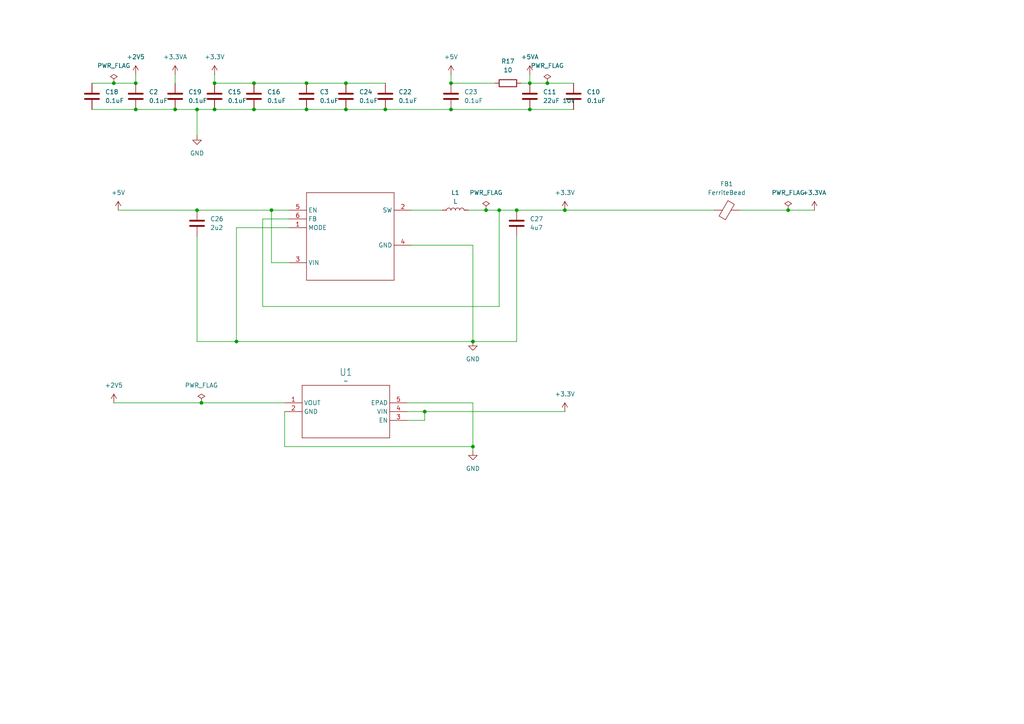
<source format=kicad_sch>
(kicad_sch
	(version 20250114)
	(generator "eeschema")
	(generator_version "9.0")
	(uuid "019be46e-a76b-4c7a-91f6-ecde0b6b9432")
	(paper "A4")
	(lib_symbols
		(symbol "Device:C"
			(pin_numbers
				(hide yes)
			)
			(pin_names
				(offset 0.254)
			)
			(exclude_from_sim no)
			(in_bom yes)
			(on_board yes)
			(property "Reference" "C"
				(at 0.635 2.54 0)
				(effects
					(font
						(size 1.27 1.27)
					)
					(justify left)
				)
			)
			(property "Value" "C"
				(at 0.635 -2.54 0)
				(effects
					(font
						(size 1.27 1.27)
					)
					(justify left)
				)
			)
			(property "Footprint" ""
				(at 0.9652 -3.81 0)
				(effects
					(font
						(size 1.27 1.27)
					)
					(hide yes)
				)
			)
			(property "Datasheet" "~"
				(at 0 0 0)
				(effects
					(font
						(size 1.27 1.27)
					)
					(hide yes)
				)
			)
			(property "Description" "Unpolarized capacitor"
				(at 0 0 0)
				(effects
					(font
						(size 1.27 1.27)
					)
					(hide yes)
				)
			)
			(property "ki_keywords" "cap capacitor"
				(at 0 0 0)
				(effects
					(font
						(size 1.27 1.27)
					)
					(hide yes)
				)
			)
			(property "ki_fp_filters" "C_*"
				(at 0 0 0)
				(effects
					(font
						(size 1.27 1.27)
					)
					(hide yes)
				)
			)
			(symbol "C_0_1"
				(polyline
					(pts
						(xy -2.032 0.762) (xy 2.032 0.762)
					)
					(stroke
						(width 0.508)
						(type default)
					)
					(fill
						(type none)
					)
				)
				(polyline
					(pts
						(xy -2.032 -0.762) (xy 2.032 -0.762)
					)
					(stroke
						(width 0.508)
						(type default)
					)
					(fill
						(type none)
					)
				)
			)
			(symbol "C_1_1"
				(pin passive line
					(at 0 3.81 270)
					(length 2.794)
					(name "~"
						(effects
							(font
								(size 1.27 1.27)
							)
						)
					)
					(number "1"
						(effects
							(font
								(size 1.27 1.27)
							)
						)
					)
				)
				(pin passive line
					(at 0 -3.81 90)
					(length 2.794)
					(name "~"
						(effects
							(font
								(size 1.27 1.27)
							)
						)
					)
					(number "2"
						(effects
							(font
								(size 1.27 1.27)
							)
						)
					)
				)
			)
			(embedded_fonts no)
		)
		(symbol "Device:FerriteBead"
			(pin_numbers
				(hide yes)
			)
			(pin_names
				(offset 0)
			)
			(exclude_from_sim no)
			(in_bom yes)
			(on_board yes)
			(property "Reference" "FB"
				(at -3.81 0.635 90)
				(effects
					(font
						(size 1.27 1.27)
					)
				)
			)
			(property "Value" "FerriteBead"
				(at 3.81 0 90)
				(effects
					(font
						(size 1.27 1.27)
					)
				)
			)
			(property "Footprint" ""
				(at -1.778 0 90)
				(effects
					(font
						(size 1.27 1.27)
					)
					(hide yes)
				)
			)
			(property "Datasheet" "~"
				(at 0 0 0)
				(effects
					(font
						(size 1.27 1.27)
					)
					(hide yes)
				)
			)
			(property "Description" "Ferrite bead"
				(at 0 0 0)
				(effects
					(font
						(size 1.27 1.27)
					)
					(hide yes)
				)
			)
			(property "ki_keywords" "L ferrite bead inductor filter"
				(at 0 0 0)
				(effects
					(font
						(size 1.27 1.27)
					)
					(hide yes)
				)
			)
			(property "ki_fp_filters" "Inductor_* L_* *Ferrite*"
				(at 0 0 0)
				(effects
					(font
						(size 1.27 1.27)
					)
					(hide yes)
				)
			)
			(symbol "FerriteBead_0_1"
				(polyline
					(pts
						(xy -2.7686 0.4064) (xy -1.7018 2.2606) (xy 2.7686 -0.3048) (xy 1.6764 -2.159) (xy -2.7686 0.4064)
					)
					(stroke
						(width 0)
						(type default)
					)
					(fill
						(type none)
					)
				)
				(polyline
					(pts
						(xy 0 1.27) (xy 0 1.2954)
					)
					(stroke
						(width 0)
						(type default)
					)
					(fill
						(type none)
					)
				)
				(polyline
					(pts
						(xy 0 -1.27) (xy 0 -1.2192)
					)
					(stroke
						(width 0)
						(type default)
					)
					(fill
						(type none)
					)
				)
			)
			(symbol "FerriteBead_1_1"
				(pin passive line
					(at 0 3.81 270)
					(length 2.54)
					(name "~"
						(effects
							(font
								(size 1.27 1.27)
							)
						)
					)
					(number "1"
						(effects
							(font
								(size 1.27 1.27)
							)
						)
					)
				)
				(pin passive line
					(at 0 -3.81 90)
					(length 2.54)
					(name "~"
						(effects
							(font
								(size 1.27 1.27)
							)
						)
					)
					(number "2"
						(effects
							(font
								(size 1.27 1.27)
							)
						)
					)
				)
			)
			(embedded_fonts no)
		)
		(symbol "Device:L"
			(pin_numbers
				(hide yes)
			)
			(pin_names
				(offset 1.016)
				(hide yes)
			)
			(exclude_from_sim no)
			(in_bom yes)
			(on_board yes)
			(property "Reference" "L"
				(at -1.27 0 90)
				(effects
					(font
						(size 1.27 1.27)
					)
				)
			)
			(property "Value" "L"
				(at 1.905 0 90)
				(effects
					(font
						(size 1.27 1.27)
					)
				)
			)
			(property "Footprint" ""
				(at 0 0 0)
				(effects
					(font
						(size 1.27 1.27)
					)
					(hide yes)
				)
			)
			(property "Datasheet" "~"
				(at 0 0 0)
				(effects
					(font
						(size 1.27 1.27)
					)
					(hide yes)
				)
			)
			(property "Description" "Inductor"
				(at 0 0 0)
				(effects
					(font
						(size 1.27 1.27)
					)
					(hide yes)
				)
			)
			(property "ki_keywords" "inductor choke coil reactor magnetic"
				(at 0 0 0)
				(effects
					(font
						(size 1.27 1.27)
					)
					(hide yes)
				)
			)
			(property "ki_fp_filters" "Choke_* *Coil* Inductor_* L_*"
				(at 0 0 0)
				(effects
					(font
						(size 1.27 1.27)
					)
					(hide yes)
				)
			)
			(symbol "L_0_1"
				(arc
					(start 0 2.54)
					(mid 0.6323 1.905)
					(end 0 1.27)
					(stroke
						(width 0)
						(type default)
					)
					(fill
						(type none)
					)
				)
				(arc
					(start 0 1.27)
					(mid 0.6323 0.635)
					(end 0 0)
					(stroke
						(width 0)
						(type default)
					)
					(fill
						(type none)
					)
				)
				(arc
					(start 0 0)
					(mid 0.6323 -0.635)
					(end 0 -1.27)
					(stroke
						(width 0)
						(type default)
					)
					(fill
						(type none)
					)
				)
				(arc
					(start 0 -1.27)
					(mid 0.6323 -1.905)
					(end 0 -2.54)
					(stroke
						(width 0)
						(type default)
					)
					(fill
						(type none)
					)
				)
			)
			(symbol "L_1_1"
				(pin passive line
					(at 0 3.81 270)
					(length 1.27)
					(name "1"
						(effects
							(font
								(size 1.27 1.27)
							)
						)
					)
					(number "1"
						(effects
							(font
								(size 1.27 1.27)
							)
						)
					)
				)
				(pin passive line
					(at 0 -3.81 90)
					(length 1.27)
					(name "2"
						(effects
							(font
								(size 1.27 1.27)
							)
						)
					)
					(number "2"
						(effects
							(font
								(size 1.27 1.27)
							)
						)
					)
				)
			)
			(embedded_fonts no)
		)
		(symbol "Device:R"
			(pin_numbers
				(hide yes)
			)
			(pin_names
				(offset 0)
			)
			(exclude_from_sim no)
			(in_bom yes)
			(on_board yes)
			(property "Reference" "R"
				(at 2.032 0 90)
				(effects
					(font
						(size 1.27 1.27)
					)
				)
			)
			(property "Value" "R"
				(at 0 0 90)
				(effects
					(font
						(size 1.27 1.27)
					)
				)
			)
			(property "Footprint" ""
				(at -1.778 0 90)
				(effects
					(font
						(size 1.27 1.27)
					)
					(hide yes)
				)
			)
			(property "Datasheet" "~"
				(at 0 0 0)
				(effects
					(font
						(size 1.27 1.27)
					)
					(hide yes)
				)
			)
			(property "Description" "Resistor"
				(at 0 0 0)
				(effects
					(font
						(size 1.27 1.27)
					)
					(hide yes)
				)
			)
			(property "ki_keywords" "R res resistor"
				(at 0 0 0)
				(effects
					(font
						(size 1.27 1.27)
					)
					(hide yes)
				)
			)
			(property "ki_fp_filters" "R_*"
				(at 0 0 0)
				(effects
					(font
						(size 1.27 1.27)
					)
					(hide yes)
				)
			)
			(symbol "R_0_1"
				(rectangle
					(start -1.016 -2.54)
					(end 1.016 2.54)
					(stroke
						(width 0.254)
						(type default)
					)
					(fill
						(type none)
					)
				)
			)
			(symbol "R_1_1"
				(pin passive line
					(at 0 3.81 270)
					(length 1.27)
					(name "~"
						(effects
							(font
								(size 1.27 1.27)
							)
						)
					)
					(number "1"
						(effects
							(font
								(size 1.27 1.27)
							)
						)
					)
				)
				(pin passive line
					(at 0 -3.81 90)
					(length 1.27)
					(name "~"
						(effects
							(font
								(size 1.27 1.27)
							)
						)
					)
					(number "2"
						(effects
							(font
								(size 1.27 1.27)
							)
						)
					)
				)
			)
			(embedded_fonts no)
		)
		(symbol "max10u169:MIC94310-JYMT-TR"
			(exclude_from_sim no)
			(in_bom yes)
			(on_board yes)
			(property "Reference" "U"
				(at 15.5956 9.1186 0)
				(effects
					(font
						(size 2.0828 1.7703)
					)
					(justify left bottom)
				)
			)
			(property "Value" ""
				(at 14.9606 6.5786 0)
				(effects
					(font
						(size 2.0828 1.7703)
					)
					(justify left bottom)
				)
			)
			(property "Footprint" "max10:TDFN4_1P2X1P6_MCH"
				(at 0 0 0)
				(effects
					(font
						(size 1.27 1.27)
					)
					(hide yes)
				)
			)
			(property "Datasheet" ""
				(at 0 0 0)
				(effects
					(font
						(size 1.27 1.27)
					)
					(hide yes)
				)
			)
			(property "Description" ""
				(at 0 0 0)
				(effects
					(font
						(size 1.27 1.27)
					)
					(hide yes)
				)
			)
			(property "ki_locked" ""
				(at 0 0 0)
				(effects
					(font
						(size 1.27 1.27)
					)
				)
			)
			(symbol "MIC94310-JYMT-TR_1_0"
				(polyline
					(pts
						(xy 7.62 5.08) (xy 7.62 -10.16)
					)
					(stroke
						(width 0.1524)
						(type solid)
					)
					(fill
						(type none)
					)
				)
				(polyline
					(pts
						(xy 7.62 -10.16) (xy 33.02 -10.16)
					)
					(stroke
						(width 0.1524)
						(type solid)
					)
					(fill
						(type none)
					)
				)
				(polyline
					(pts
						(xy 33.02 5.08) (xy 7.62 5.08)
					)
					(stroke
						(width 0.1524)
						(type solid)
					)
					(fill
						(type none)
					)
				)
				(polyline
					(pts
						(xy 33.02 -10.16) (xy 33.02 5.08)
					)
					(stroke
						(width 0.1524)
						(type solid)
					)
					(fill
						(type none)
					)
				)
				(pin output line
					(at 2.54 0 0)
					(length 5.08)
					(name "VOUT"
						(effects
							(font
								(size 1.27 1.27)
							)
						)
					)
					(number "1"
						(effects
							(font
								(size 1.27 1.27)
							)
						)
					)
				)
				(pin power_in line
					(at 2.54 -2.54 0)
					(length 5.08)
					(name "GND"
						(effects
							(font
								(size 1.27 1.27)
							)
						)
					)
					(number "2"
						(effects
							(font
								(size 1.27 1.27)
							)
						)
					)
				)
				(pin passive line
					(at 38.1 0 180)
					(length 5.08)
					(name "EPAD"
						(effects
							(font
								(size 1.27 1.27)
							)
						)
					)
					(number "5"
						(effects
							(font
								(size 1.27 1.27)
							)
						)
					)
				)
				(pin input line
					(at 38.1 -2.54 180)
					(length 5.08)
					(name "VIN"
						(effects
							(font
								(size 1.27 1.27)
							)
						)
					)
					(number "4"
						(effects
							(font
								(size 1.27 1.27)
							)
						)
					)
				)
				(pin input line
					(at 38.1 -5.08 180)
					(length 5.08)
					(name "EN"
						(effects
							(font
								(size 1.27 1.27)
							)
						)
					)
					(number "3"
						(effects
							(font
								(size 1.27 1.27)
							)
						)
					)
				)
			)
			(embedded_fonts no)
		)
		(symbol "max10u169:TPS62237DRYR"
			(exclude_from_sim no)
			(in_bom yes)
			(on_board yes)
			(property "Reference" "U"
				(at 15.5956 9.1186 0)
				(effects
					(font
						(size 2.0828 1.7703)
					)
					(justify left bottom)
					(hide yes)
				)
			)
			(property "Value" ""
				(at 14.9606 6.5786 0)
				(effects
					(font
						(size 2.0828 1.7703)
					)
					(justify left bottom)
					(hide yes)
				)
			)
			(property "Footprint" "max10:DRY6"
				(at 0 0 0)
				(effects
					(font
						(size 1.27 1.27)
					)
					(hide yes)
				)
			)
			(property "Datasheet" ""
				(at 0 0 0)
				(effects
					(font
						(size 1.27 1.27)
					)
					(hide yes)
				)
			)
			(property "Description" ""
				(at 0 0 0)
				(effects
					(font
						(size 1.27 1.27)
					)
					(hide yes)
				)
			)
			(property "ki_locked" ""
				(at 0 0 0)
				(effects
					(font
						(size 1.27 1.27)
					)
				)
			)
			(symbol "TPS62237DRYR_1_0"
				(polyline
					(pts
						(xy 7.62 5.08) (xy 7.62 -20.32)
					)
					(stroke
						(width 0.1524)
						(type solid)
					)
					(fill
						(type none)
					)
				)
				(polyline
					(pts
						(xy 7.62 -20.32) (xy 33.02 -20.32)
					)
					(stroke
						(width 0.1524)
						(type solid)
					)
					(fill
						(type none)
					)
				)
				(polyline
					(pts
						(xy 33.02 5.08) (xy 7.62 5.08)
					)
					(stroke
						(width 0.1524)
						(type solid)
					)
					(fill
						(type none)
					)
				)
				(polyline
					(pts
						(xy 33.02 -20.32) (xy 33.02 5.08)
					)
					(stroke
						(width 0.1524)
						(type solid)
					)
					(fill
						(type none)
					)
				)
				(pin input line
					(at 2.54 0 0)
					(length 5.08)
					(name "EN"
						(effects
							(font
								(size 1.27 1.27)
							)
						)
					)
					(number "5"
						(effects
							(font
								(size 1.27 1.27)
							)
						)
					)
				)
				(pin input line
					(at 2.54 -2.54 0)
					(length 5.08)
					(name "FB"
						(effects
							(font
								(size 1.27 1.27)
							)
						)
					)
					(number "6"
						(effects
							(font
								(size 1.27 1.27)
							)
						)
					)
				)
				(pin input line
					(at 2.54 -5.08 0)
					(length 5.08)
					(name "MODE"
						(effects
							(font
								(size 1.27 1.27)
							)
						)
					)
					(number "1"
						(effects
							(font
								(size 1.27 1.27)
							)
						)
					)
				)
				(pin power_in line
					(at 2.54 -15.24 0)
					(length 5.08)
					(name "VIN"
						(effects
							(font
								(size 1.27 1.27)
							)
						)
					)
					(number "3"
						(effects
							(font
								(size 1.27 1.27)
							)
						)
					)
				)
				(pin output line
					(at 38.1 0 180)
					(length 5.08)
					(name "SW"
						(effects
							(font
								(size 1.27 1.27)
							)
						)
					)
					(number "2"
						(effects
							(font
								(size 1.27 1.27)
							)
						)
					)
				)
				(pin power_in line
					(at 38.1 -10.16 180)
					(length 5.08)
					(name "GND"
						(effects
							(font
								(size 1.27 1.27)
							)
						)
					)
					(number "4"
						(effects
							(font
								(size 1.27 1.27)
							)
						)
					)
				)
			)
			(embedded_fonts no)
		)
		(symbol "power:+2V5"
			(power)
			(pin_numbers
				(hide yes)
			)
			(pin_names
				(offset 0)
				(hide yes)
			)
			(exclude_from_sim no)
			(in_bom yes)
			(on_board yes)
			(property "Reference" "#PWR"
				(at 0 -3.81 0)
				(effects
					(font
						(size 1.27 1.27)
					)
					(hide yes)
				)
			)
			(property "Value" "+2V5"
				(at 0 3.556 0)
				(effects
					(font
						(size 1.27 1.27)
					)
				)
			)
			(property "Footprint" ""
				(at 0 0 0)
				(effects
					(font
						(size 1.27 1.27)
					)
					(hide yes)
				)
			)
			(property "Datasheet" ""
				(at 0 0 0)
				(effects
					(font
						(size 1.27 1.27)
					)
					(hide yes)
				)
			)
			(property "Description" "Power symbol creates a global label with name \"+2V5\""
				(at 0 0 0)
				(effects
					(font
						(size 1.27 1.27)
					)
					(hide yes)
				)
			)
			(property "ki_keywords" "global power"
				(at 0 0 0)
				(effects
					(font
						(size 1.27 1.27)
					)
					(hide yes)
				)
			)
			(symbol "+2V5_0_1"
				(polyline
					(pts
						(xy -0.762 1.27) (xy 0 2.54)
					)
					(stroke
						(width 0)
						(type default)
					)
					(fill
						(type none)
					)
				)
				(polyline
					(pts
						(xy 0 2.54) (xy 0.762 1.27)
					)
					(stroke
						(width 0)
						(type default)
					)
					(fill
						(type none)
					)
				)
				(polyline
					(pts
						(xy 0 0) (xy 0 2.54)
					)
					(stroke
						(width 0)
						(type default)
					)
					(fill
						(type none)
					)
				)
			)
			(symbol "+2V5_1_1"
				(pin power_in line
					(at 0 0 90)
					(length 0)
					(name "~"
						(effects
							(font
								(size 1.27 1.27)
							)
						)
					)
					(number "1"
						(effects
							(font
								(size 1.27 1.27)
							)
						)
					)
				)
			)
			(embedded_fonts no)
		)
		(symbol "power:+3.3V"
			(power)
			(pin_numbers
				(hide yes)
			)
			(pin_names
				(offset 0)
				(hide yes)
			)
			(exclude_from_sim no)
			(in_bom yes)
			(on_board yes)
			(property "Reference" "#PWR"
				(at 0 -3.81 0)
				(effects
					(font
						(size 1.27 1.27)
					)
					(hide yes)
				)
			)
			(property "Value" "+3.3V"
				(at 0 3.556 0)
				(effects
					(font
						(size 1.27 1.27)
					)
				)
			)
			(property "Footprint" ""
				(at 0 0 0)
				(effects
					(font
						(size 1.27 1.27)
					)
					(hide yes)
				)
			)
			(property "Datasheet" ""
				(at 0 0 0)
				(effects
					(font
						(size 1.27 1.27)
					)
					(hide yes)
				)
			)
			(property "Description" "Power symbol creates a global label with name \"+3.3V\""
				(at 0 0 0)
				(effects
					(font
						(size 1.27 1.27)
					)
					(hide yes)
				)
			)
			(property "ki_keywords" "global power"
				(at 0 0 0)
				(effects
					(font
						(size 1.27 1.27)
					)
					(hide yes)
				)
			)
			(symbol "+3.3V_0_1"
				(polyline
					(pts
						(xy -0.762 1.27) (xy 0 2.54)
					)
					(stroke
						(width 0)
						(type default)
					)
					(fill
						(type none)
					)
				)
				(polyline
					(pts
						(xy 0 2.54) (xy 0.762 1.27)
					)
					(stroke
						(width 0)
						(type default)
					)
					(fill
						(type none)
					)
				)
				(polyline
					(pts
						(xy 0 0) (xy 0 2.54)
					)
					(stroke
						(width 0)
						(type default)
					)
					(fill
						(type none)
					)
				)
			)
			(symbol "+3.3V_1_1"
				(pin power_in line
					(at 0 0 90)
					(length 0)
					(name "~"
						(effects
							(font
								(size 1.27 1.27)
							)
						)
					)
					(number "1"
						(effects
							(font
								(size 1.27 1.27)
							)
						)
					)
				)
			)
			(embedded_fonts no)
		)
		(symbol "power:+3.3VA"
			(power)
			(pin_numbers
				(hide yes)
			)
			(pin_names
				(offset 0)
				(hide yes)
			)
			(exclude_from_sim no)
			(in_bom yes)
			(on_board yes)
			(property "Reference" "#PWR"
				(at 0 -3.81 0)
				(effects
					(font
						(size 1.27 1.27)
					)
					(hide yes)
				)
			)
			(property "Value" "+3.3VA"
				(at 0 3.556 0)
				(effects
					(font
						(size 1.27 1.27)
					)
				)
			)
			(property "Footprint" ""
				(at 0 0 0)
				(effects
					(font
						(size 1.27 1.27)
					)
					(hide yes)
				)
			)
			(property "Datasheet" ""
				(at 0 0 0)
				(effects
					(font
						(size 1.27 1.27)
					)
					(hide yes)
				)
			)
			(property "Description" "Power symbol creates a global label with name \"+3.3VA\""
				(at 0 0 0)
				(effects
					(font
						(size 1.27 1.27)
					)
					(hide yes)
				)
			)
			(property "ki_keywords" "global power"
				(at 0 0 0)
				(effects
					(font
						(size 1.27 1.27)
					)
					(hide yes)
				)
			)
			(symbol "+3.3VA_0_1"
				(polyline
					(pts
						(xy -0.762 1.27) (xy 0 2.54)
					)
					(stroke
						(width 0)
						(type default)
					)
					(fill
						(type none)
					)
				)
				(polyline
					(pts
						(xy 0 2.54) (xy 0.762 1.27)
					)
					(stroke
						(width 0)
						(type default)
					)
					(fill
						(type none)
					)
				)
				(polyline
					(pts
						(xy 0 0) (xy 0 2.54)
					)
					(stroke
						(width 0)
						(type default)
					)
					(fill
						(type none)
					)
				)
			)
			(symbol "+3.3VA_1_1"
				(pin power_in line
					(at 0 0 90)
					(length 0)
					(name "~"
						(effects
							(font
								(size 1.27 1.27)
							)
						)
					)
					(number "1"
						(effects
							(font
								(size 1.27 1.27)
							)
						)
					)
				)
			)
			(embedded_fonts no)
		)
		(symbol "power:+5V"
			(power)
			(pin_numbers
				(hide yes)
			)
			(pin_names
				(offset 0)
				(hide yes)
			)
			(exclude_from_sim no)
			(in_bom yes)
			(on_board yes)
			(property "Reference" "#PWR"
				(at 0 -3.81 0)
				(effects
					(font
						(size 1.27 1.27)
					)
					(hide yes)
				)
			)
			(property "Value" "+5V"
				(at 0 3.556 0)
				(effects
					(font
						(size 1.27 1.27)
					)
				)
			)
			(property "Footprint" ""
				(at 0 0 0)
				(effects
					(font
						(size 1.27 1.27)
					)
					(hide yes)
				)
			)
			(property "Datasheet" ""
				(at 0 0 0)
				(effects
					(font
						(size 1.27 1.27)
					)
					(hide yes)
				)
			)
			(property "Description" "Power symbol creates a global label with name \"+5V\""
				(at 0 0 0)
				(effects
					(font
						(size 1.27 1.27)
					)
					(hide yes)
				)
			)
			(property "ki_keywords" "global power"
				(at 0 0 0)
				(effects
					(font
						(size 1.27 1.27)
					)
					(hide yes)
				)
			)
			(symbol "+5V_0_1"
				(polyline
					(pts
						(xy -0.762 1.27) (xy 0 2.54)
					)
					(stroke
						(width 0)
						(type default)
					)
					(fill
						(type none)
					)
				)
				(polyline
					(pts
						(xy 0 2.54) (xy 0.762 1.27)
					)
					(stroke
						(width 0)
						(type default)
					)
					(fill
						(type none)
					)
				)
				(polyline
					(pts
						(xy 0 0) (xy 0 2.54)
					)
					(stroke
						(width 0)
						(type default)
					)
					(fill
						(type none)
					)
				)
			)
			(symbol "+5V_1_1"
				(pin power_in line
					(at 0 0 90)
					(length 0)
					(name "~"
						(effects
							(font
								(size 1.27 1.27)
							)
						)
					)
					(number "1"
						(effects
							(font
								(size 1.27 1.27)
							)
						)
					)
				)
			)
			(embedded_fonts no)
		)
		(symbol "power:GND"
			(power)
			(pin_numbers
				(hide yes)
			)
			(pin_names
				(offset 0)
				(hide yes)
			)
			(exclude_from_sim no)
			(in_bom yes)
			(on_board yes)
			(property "Reference" "#PWR"
				(at 0 -6.35 0)
				(effects
					(font
						(size 1.27 1.27)
					)
					(hide yes)
				)
			)
			(property "Value" "GND"
				(at 0 -3.81 0)
				(effects
					(font
						(size 1.27 1.27)
					)
				)
			)
			(property "Footprint" ""
				(at 0 0 0)
				(effects
					(font
						(size 1.27 1.27)
					)
					(hide yes)
				)
			)
			(property "Datasheet" ""
				(at 0 0 0)
				(effects
					(font
						(size 1.27 1.27)
					)
					(hide yes)
				)
			)
			(property "Description" "Power symbol creates a global label with name \"GND\" , ground"
				(at 0 0 0)
				(effects
					(font
						(size 1.27 1.27)
					)
					(hide yes)
				)
			)
			(property "ki_keywords" "global power"
				(at 0 0 0)
				(effects
					(font
						(size 1.27 1.27)
					)
					(hide yes)
				)
			)
			(symbol "GND_0_1"
				(polyline
					(pts
						(xy 0 0) (xy 0 -1.27) (xy 1.27 -1.27) (xy 0 -2.54) (xy -1.27 -1.27) (xy 0 -1.27)
					)
					(stroke
						(width 0)
						(type default)
					)
					(fill
						(type none)
					)
				)
			)
			(symbol "GND_1_1"
				(pin power_in line
					(at 0 0 270)
					(length 0)
					(name "~"
						(effects
							(font
								(size 1.27 1.27)
							)
						)
					)
					(number "1"
						(effects
							(font
								(size 1.27 1.27)
							)
						)
					)
				)
			)
			(embedded_fonts no)
		)
		(symbol "power:PWR_FLAG"
			(power)
			(pin_numbers
				(hide yes)
			)
			(pin_names
				(offset 0)
				(hide yes)
			)
			(exclude_from_sim no)
			(in_bom yes)
			(on_board yes)
			(property "Reference" "#FLG"
				(at 0 1.905 0)
				(effects
					(font
						(size 1.27 1.27)
					)
					(hide yes)
				)
			)
			(property "Value" "PWR_FLAG"
				(at 0 3.81 0)
				(effects
					(font
						(size 1.27 1.27)
					)
				)
			)
			(property "Footprint" ""
				(at 0 0 0)
				(effects
					(font
						(size 1.27 1.27)
					)
					(hide yes)
				)
			)
			(property "Datasheet" "~"
				(at 0 0 0)
				(effects
					(font
						(size 1.27 1.27)
					)
					(hide yes)
				)
			)
			(property "Description" "Special symbol for telling ERC where power comes from"
				(at 0 0 0)
				(effects
					(font
						(size 1.27 1.27)
					)
					(hide yes)
				)
			)
			(property "ki_keywords" "flag power"
				(at 0 0 0)
				(effects
					(font
						(size 1.27 1.27)
					)
					(hide yes)
				)
			)
			(symbol "PWR_FLAG_0_0"
				(pin power_out line
					(at 0 0 90)
					(length 0)
					(name "~"
						(effects
							(font
								(size 1.27 1.27)
							)
						)
					)
					(number "1"
						(effects
							(font
								(size 1.27 1.27)
							)
						)
					)
				)
			)
			(symbol "PWR_FLAG_0_1"
				(polyline
					(pts
						(xy 0 0) (xy 0 1.27) (xy -1.016 1.905) (xy 0 2.54) (xy 1.016 1.905) (xy 0 1.27)
					)
					(stroke
						(width 0)
						(type default)
					)
					(fill
						(type none)
					)
				)
			)
			(embedded_fonts no)
		)
	)
	(junction
		(at 88.9 31.75)
		(diameter 0)
		(color 0 0 0 0)
		(uuid "01fc27d5-98d7-4765-88b6-a0bcc522d12c")
	)
	(junction
		(at 33.02 24.13)
		(diameter 0)
		(color 0 0 0 0)
		(uuid "18492f2f-aa7e-4cd3-b6db-dda1347a5feb")
	)
	(junction
		(at 58.42 116.84)
		(diameter 0)
		(color 0 0 0 0)
		(uuid "18d6fdb0-0995-4ef8-a1ac-92a34d42173e")
	)
	(junction
		(at 57.15 60.96)
		(diameter 0)
		(color 0 0 0 0)
		(uuid "2a7ddd04-0a84-4708-bd23-0cf36583273a")
	)
	(junction
		(at 163.83 60.96)
		(diameter 0)
		(color 0 0 0 0)
		(uuid "3640a7e1-fe78-4f1e-b50c-0c3cb85e285a")
	)
	(junction
		(at 100.33 31.75)
		(diameter 0)
		(color 0 0 0 0)
		(uuid "3a527397-6eff-4eb0-8834-c0c494dea88c")
	)
	(junction
		(at 68.58 99.06)
		(diameter 0)
		(color 0 0 0 0)
		(uuid "3d14c0eb-b5ee-4116-ae23-ec4891a7de17")
	)
	(junction
		(at 50.8 31.75)
		(diameter 0)
		(color 0 0 0 0)
		(uuid "4225582a-4bb5-49c6-90bc-748fdad08466")
	)
	(junction
		(at 123.19 119.38)
		(diameter 0)
		(color 0 0 0 0)
		(uuid "50e30cc6-c511-425c-952e-64b47049a3eb")
	)
	(junction
		(at 57.15 31.75)
		(diameter 0)
		(color 0 0 0 0)
		(uuid "58a353cc-80d6-42ec-a0ca-b6ddfac31625")
	)
	(junction
		(at 130.81 24.13)
		(diameter 0)
		(color 0 0 0 0)
		(uuid "6e20ccee-28c8-4674-8aaf-23869f23d7cb")
	)
	(junction
		(at 158.75 24.13)
		(diameter 0)
		(color 0 0 0 0)
		(uuid "73a751c5-645c-4c20-aff1-fcbffddd2ad1")
	)
	(junction
		(at 153.67 31.75)
		(diameter 0)
		(color 0 0 0 0)
		(uuid "7e46a8be-7ee8-42a8-ad73-d1ee95d3e706")
	)
	(junction
		(at 149.86 60.96)
		(diameter 0)
		(color 0 0 0 0)
		(uuid "8c0b6e73-bcba-431c-a014-a3ce41252970")
	)
	(junction
		(at 130.81 31.75)
		(diameter 0)
		(color 0 0 0 0)
		(uuid "8c837490-413c-4145-bef2-63eed0984a33")
	)
	(junction
		(at 140.97 60.96)
		(diameter 0)
		(color 0 0 0 0)
		(uuid "8ec6ed0d-b563-4dc7-b8d7-b1f00a56c205")
	)
	(junction
		(at 73.66 24.13)
		(diameter 0)
		(color 0 0 0 0)
		(uuid "9c244ced-21d3-4b02-ac05-65ab8d5dbf47")
	)
	(junction
		(at 153.67 24.13)
		(diameter 0)
		(color 0 0 0 0)
		(uuid "9cac35b1-9436-4823-a193-0529249a05bd")
	)
	(junction
		(at 73.66 31.75)
		(diameter 0)
		(color 0 0 0 0)
		(uuid "a36cf86e-6559-4fe7-b1a7-11d5ad159ef0")
	)
	(junction
		(at 39.37 24.13)
		(diameter 0)
		(color 0 0 0 0)
		(uuid "aa6a6d35-9680-4a24-9926-5011fba806d4")
	)
	(junction
		(at 144.78 60.96)
		(diameter 0)
		(color 0 0 0 0)
		(uuid "b6eeb3c1-3a2f-4904-b999-63a75a310e59")
	)
	(junction
		(at 62.23 31.75)
		(diameter 0)
		(color 0 0 0 0)
		(uuid "b780313e-4a91-4357-a953-30004aefe78f")
	)
	(junction
		(at 137.16 129.54)
		(diameter 0)
		(color 0 0 0 0)
		(uuid "c9390a38-9d85-4d57-9d90-493cbd290c81")
	)
	(junction
		(at 137.16 99.06)
		(diameter 0)
		(color 0 0 0 0)
		(uuid "cb06dbd0-fc03-44c5-8bae-cd3232e17486")
	)
	(junction
		(at 228.6 60.96)
		(diameter 0)
		(color 0 0 0 0)
		(uuid "d6575f90-aa53-4483-b59d-cba5405fedeb")
	)
	(junction
		(at 78.74 60.96)
		(diameter 0)
		(color 0 0 0 0)
		(uuid "e35d946d-09c5-4a86-a2f2-0e0a095febea")
	)
	(junction
		(at 88.9 24.13)
		(diameter 0)
		(color 0 0 0 0)
		(uuid "e4f6bb89-451a-4bc8-879b-d81eb522471e")
	)
	(junction
		(at 100.33 24.13)
		(diameter 0)
		(color 0 0 0 0)
		(uuid "e6552ee7-441d-4b16-a085-b955d797dbd3")
	)
	(junction
		(at 111.76 31.75)
		(diameter 0)
		(color 0 0 0 0)
		(uuid "f0b20e14-53e3-4486-9280-3b426768ebc3")
	)
	(junction
		(at 39.37 31.75)
		(diameter 0)
		(color 0 0 0 0)
		(uuid "fea2c841-e0d7-4974-b8fd-7a0257d89e31")
	)
	(junction
		(at 62.23 24.13)
		(diameter 0)
		(color 0 0 0 0)
		(uuid "fffd1880-6c30-4c76-a59c-b75ba13016de")
	)
	(wire
		(pts
			(xy 151.13 24.13) (xy 153.67 24.13)
		)
		(stroke
			(width 0)
			(type default)
		)
		(uuid "064b2f23-2d11-47b8-82c9-3cca4df5dc71")
	)
	(wire
		(pts
			(xy 78.74 76.2) (xy 78.74 60.96)
		)
		(stroke
			(width 0)
			(type default)
		)
		(uuid "07c16a52-4a02-4901-a771-9383bcbcf6a9")
	)
	(wire
		(pts
			(xy 137.16 99.06) (xy 137.16 71.12)
		)
		(stroke
			(width 0)
			(type default)
		)
		(uuid "09535ef4-78cb-4ea2-8a03-c3d72b040d46")
	)
	(wire
		(pts
			(xy 62.23 24.13) (xy 73.66 24.13)
		)
		(stroke
			(width 0)
			(type default)
		)
		(uuid "0da3f39e-5f91-48b5-8e52-2f004c6a891e")
	)
	(wire
		(pts
			(xy 50.8 31.75) (xy 57.15 31.75)
		)
		(stroke
			(width 0)
			(type default)
		)
		(uuid "105ae602-eb26-4529-b37d-8e6c0aa70e07")
	)
	(wire
		(pts
			(xy 140.97 60.96) (xy 144.78 60.96)
		)
		(stroke
			(width 0)
			(type default)
		)
		(uuid "106f5026-3d19-4227-af5a-d2598ed40354")
	)
	(wire
		(pts
			(xy 123.19 119.38) (xy 163.83 119.38)
		)
		(stroke
			(width 0)
			(type default)
		)
		(uuid "13329928-2d08-4932-b91f-66463417ef9f")
	)
	(wire
		(pts
			(xy 76.2 63.5) (xy 83.82 63.5)
		)
		(stroke
			(width 0)
			(type default)
		)
		(uuid "1450eb5b-0167-416a-bd05-229b8a05fda2")
	)
	(wire
		(pts
			(xy 68.58 66.04) (xy 68.58 99.06)
		)
		(stroke
			(width 0)
			(type default)
		)
		(uuid "1492b977-469a-444f-9485-c55932bf411b")
	)
	(wire
		(pts
			(xy 158.75 24.13) (xy 166.37 24.13)
		)
		(stroke
			(width 0)
			(type default)
		)
		(uuid "15327972-cbf5-46df-bbf5-9d36634d8086")
	)
	(wire
		(pts
			(xy 57.15 68.58) (xy 57.15 99.06)
		)
		(stroke
			(width 0)
			(type default)
		)
		(uuid "17389a8b-7e0c-47db-a647-cf0bf121005d")
	)
	(wire
		(pts
			(xy 83.82 66.04) (xy 68.58 66.04)
		)
		(stroke
			(width 0)
			(type default)
		)
		(uuid "1dd7b343-caf1-40f2-9445-d135d4083b7d")
	)
	(wire
		(pts
			(xy 137.16 129.54) (xy 137.16 130.81)
		)
		(stroke
			(width 0)
			(type default)
		)
		(uuid "233efd61-f59f-4fcd-b95d-b4adbd51d69a")
	)
	(wire
		(pts
			(xy 153.67 31.75) (xy 166.37 31.75)
		)
		(stroke
			(width 0)
			(type default)
		)
		(uuid "267953ec-6a78-4841-a112-f0dd26e33c96")
	)
	(wire
		(pts
			(xy 62.23 31.75) (xy 73.66 31.75)
		)
		(stroke
			(width 0)
			(type default)
		)
		(uuid "2ace62d9-1c48-4821-bd48-abd1f0579a84")
	)
	(wire
		(pts
			(xy 88.9 31.75) (xy 100.33 31.75)
		)
		(stroke
			(width 0)
			(type default)
		)
		(uuid "37c542a6-8bde-427f-8ba4-de613424176e")
	)
	(wire
		(pts
			(xy 135.89 60.96) (xy 140.97 60.96)
		)
		(stroke
			(width 0)
			(type default)
		)
		(uuid "46e89393-dac3-4cd7-aef1-5c6b6d04f84f")
	)
	(wire
		(pts
			(xy 83.82 76.2) (xy 78.74 76.2)
		)
		(stroke
			(width 0)
			(type default)
		)
		(uuid "4bfaef87-906b-41bb-84f3-66ab5698c2fa")
	)
	(wire
		(pts
			(xy 26.67 24.13) (xy 33.02 24.13)
		)
		(stroke
			(width 0)
			(type default)
		)
		(uuid "4bfcb2fc-1e44-4d0b-bbd3-ca61b490d729")
	)
	(wire
		(pts
			(xy 118.11 121.92) (xy 123.19 121.92)
		)
		(stroke
			(width 0)
			(type default)
		)
		(uuid "4de34d8b-bdd0-466f-a044-ea3614e0149c")
	)
	(wire
		(pts
			(xy 119.38 60.96) (xy 128.27 60.96)
		)
		(stroke
			(width 0)
			(type default)
		)
		(uuid "544cb2a2-6288-4ef9-afbb-1e8e6946f827")
	)
	(wire
		(pts
			(xy 118.11 119.38) (xy 123.19 119.38)
		)
		(stroke
			(width 0)
			(type default)
		)
		(uuid "56d40f98-0cf4-44b1-91b2-6a199aa6a9ad")
	)
	(wire
		(pts
			(xy 118.11 116.84) (xy 137.16 116.84)
		)
		(stroke
			(width 0)
			(type default)
		)
		(uuid "5a91f214-7a5d-43c9-86d5-83eb7c008665")
	)
	(wire
		(pts
			(xy 100.33 24.13) (xy 111.76 24.13)
		)
		(stroke
			(width 0)
			(type default)
		)
		(uuid "5abc1fba-84f7-437e-9a80-c0c644090cf4")
	)
	(wire
		(pts
			(xy 149.86 60.96) (xy 163.83 60.96)
		)
		(stroke
			(width 0)
			(type default)
		)
		(uuid "60f33b2f-15be-4d12-9077-4a2eb3d5e5a8")
	)
	(wire
		(pts
			(xy 50.8 21.59) (xy 50.8 24.13)
		)
		(stroke
			(width 0)
			(type default)
		)
		(uuid "6454dc45-35d0-4a37-9729-c657132f50f4")
	)
	(wire
		(pts
			(xy 73.66 24.13) (xy 88.9 24.13)
		)
		(stroke
			(width 0)
			(type default)
		)
		(uuid "6a0bace9-8eac-4d0a-9214-a8c51d7f8271")
	)
	(wire
		(pts
			(xy 153.67 24.13) (xy 158.75 24.13)
		)
		(stroke
			(width 0)
			(type default)
		)
		(uuid "710a18a2-9ed8-47d8-a221-5eaf2036d908")
	)
	(wire
		(pts
			(xy 149.86 99.06) (xy 137.16 99.06)
		)
		(stroke
			(width 0)
			(type default)
		)
		(uuid "76cf0c87-7407-4540-b0f9-3158e9e691c0")
	)
	(wire
		(pts
			(xy 214.63 60.96) (xy 228.6 60.96)
		)
		(stroke
			(width 0)
			(type default)
		)
		(uuid "7942fde7-d2c2-4265-900e-ee016e9f5d32")
	)
	(wire
		(pts
			(xy 78.74 60.96) (xy 83.82 60.96)
		)
		(stroke
			(width 0)
			(type default)
		)
		(uuid "7bc8bcdc-ae9a-40dd-a432-e6a5adff55df")
	)
	(wire
		(pts
			(xy 34.29 60.96) (xy 57.15 60.96)
		)
		(stroke
			(width 0)
			(type default)
		)
		(uuid "7be33026-37ff-4a95-8a43-c0d8cd48463e")
	)
	(wire
		(pts
			(xy 88.9 24.13) (xy 100.33 24.13)
		)
		(stroke
			(width 0)
			(type default)
		)
		(uuid "7f9912da-aa9a-473d-8300-1b3b9b75fd6d")
	)
	(wire
		(pts
			(xy 39.37 31.75) (xy 50.8 31.75)
		)
		(stroke
			(width 0)
			(type default)
		)
		(uuid "80683706-1740-41db-8c69-64eca26bebdb")
	)
	(wire
		(pts
			(xy 82.55 129.54) (xy 137.16 129.54)
		)
		(stroke
			(width 0)
			(type default)
		)
		(uuid "809241c3-36ff-4513-bcd6-00c83c2952d3")
	)
	(wire
		(pts
			(xy 58.42 116.84) (xy 82.55 116.84)
		)
		(stroke
			(width 0)
			(type default)
		)
		(uuid "865ca7a7-0c24-4cf5-92a6-bc131fe6ec5c")
	)
	(wire
		(pts
			(xy 33.02 24.13) (xy 39.37 24.13)
		)
		(stroke
			(width 0)
			(type default)
		)
		(uuid "94b4ddf3-43ac-42a6-b2cc-6df515092895")
	)
	(wire
		(pts
			(xy 123.19 121.92) (xy 123.19 119.38)
		)
		(stroke
			(width 0)
			(type default)
		)
		(uuid "96b75933-2b4c-411b-906a-54e3bb0b2190")
	)
	(wire
		(pts
			(xy 149.86 68.58) (xy 149.86 99.06)
		)
		(stroke
			(width 0)
			(type default)
		)
		(uuid "9fb2bc1e-c55c-428d-b593-16e189450014")
	)
	(wire
		(pts
			(xy 57.15 31.75) (xy 62.23 31.75)
		)
		(stroke
			(width 0)
			(type default)
		)
		(uuid "a2c0e907-4b71-4215-9009-3ffcf3a42308")
	)
	(wire
		(pts
			(xy 130.81 21.59) (xy 130.81 24.13)
		)
		(stroke
			(width 0)
			(type default)
		)
		(uuid "a58af5e0-b6b1-4f80-b9d0-b76f6376de23")
	)
	(wire
		(pts
			(xy 130.81 31.75) (xy 153.67 31.75)
		)
		(stroke
			(width 0)
			(type default)
		)
		(uuid "ae485c92-cd3b-48a4-8ade-7c068a0366bb")
	)
	(wire
		(pts
			(xy 33.02 116.84) (xy 58.42 116.84)
		)
		(stroke
			(width 0)
			(type default)
		)
		(uuid "aec7c70d-9b23-44bb-a4ce-1821b6a154ca")
	)
	(wire
		(pts
			(xy 144.78 60.96) (xy 149.86 60.96)
		)
		(stroke
			(width 0)
			(type default)
		)
		(uuid "b969df0c-a0b8-410a-a106-f32afd391c06")
	)
	(wire
		(pts
			(xy 62.23 21.59) (xy 62.23 24.13)
		)
		(stroke
			(width 0)
			(type default)
		)
		(uuid "c0b015d8-a8c4-45a5-a65d-f125d7d14f8c")
	)
	(wire
		(pts
			(xy 153.67 21.59) (xy 153.67 24.13)
		)
		(stroke
			(width 0)
			(type default)
		)
		(uuid "c0fd592f-0f8f-44c8-8cf9-cc6887aa4287")
	)
	(wire
		(pts
			(xy 100.33 31.75) (xy 111.76 31.75)
		)
		(stroke
			(width 0)
			(type default)
		)
		(uuid "c285b274-89ca-4e52-9474-c270edcf19be")
	)
	(wire
		(pts
			(xy 39.37 21.59) (xy 39.37 24.13)
		)
		(stroke
			(width 0)
			(type default)
		)
		(uuid "c508f181-f1b3-4731-b0a6-f085267b3763")
	)
	(wire
		(pts
			(xy 144.78 88.9) (xy 76.2 88.9)
		)
		(stroke
			(width 0)
			(type default)
		)
		(uuid "c6ca253e-f8fa-4844-a019-804919ce6c15")
	)
	(wire
		(pts
			(xy 76.2 88.9) (xy 76.2 63.5)
		)
		(stroke
			(width 0)
			(type default)
		)
		(uuid "c95afafe-c0f3-421f-a273-29d0e84046bd")
	)
	(wire
		(pts
			(xy 130.81 24.13) (xy 143.51 24.13)
		)
		(stroke
			(width 0)
			(type default)
		)
		(uuid "cb4099dd-ff6a-415e-b578-972f00e2d218")
	)
	(wire
		(pts
			(xy 82.55 119.38) (xy 82.55 129.54)
		)
		(stroke
			(width 0)
			(type default)
		)
		(uuid "d08ddb2b-e106-4555-98e7-457b67a6a6ab")
	)
	(wire
		(pts
			(xy 68.58 99.06) (xy 137.16 99.06)
		)
		(stroke
			(width 0)
			(type default)
		)
		(uuid "d1e92328-e50e-4bc3-91d5-e6602f8616d0")
	)
	(wire
		(pts
			(xy 137.16 116.84) (xy 137.16 129.54)
		)
		(stroke
			(width 0)
			(type default)
		)
		(uuid "d1ec0c10-2dab-4d84-9ef7-8a50b34acc89")
	)
	(wire
		(pts
			(xy 228.6 60.96) (xy 236.22 60.96)
		)
		(stroke
			(width 0)
			(type default)
		)
		(uuid "d36a4d6d-0949-41bf-b2f2-3fc2a8d8a44a")
	)
	(wire
		(pts
			(xy 111.76 31.75) (xy 130.81 31.75)
		)
		(stroke
			(width 0)
			(type default)
		)
		(uuid "d3eca3f3-35a1-40fe-b0fc-20813062dede")
	)
	(wire
		(pts
			(xy 163.83 60.96) (xy 207.01 60.96)
		)
		(stroke
			(width 0)
			(type default)
		)
		(uuid "d8c320c2-924e-49e8-90a7-14a503d2937c")
	)
	(wire
		(pts
			(xy 144.78 60.96) (xy 144.78 88.9)
		)
		(stroke
			(width 0)
			(type default)
		)
		(uuid "e2869e26-92e8-40a6-b0cc-f91ea6bb6619")
	)
	(wire
		(pts
			(xy 57.15 99.06) (xy 68.58 99.06)
		)
		(stroke
			(width 0)
			(type default)
		)
		(uuid "e4b90f9b-58cc-4f9d-8289-53e208e46739")
	)
	(wire
		(pts
			(xy 26.67 31.75) (xy 39.37 31.75)
		)
		(stroke
			(width 0)
			(type default)
		)
		(uuid "f4d1e0f5-10bc-4730-9332-7ad5e93f9ff3")
	)
	(wire
		(pts
			(xy 57.15 31.75) (xy 57.15 39.37)
		)
		(stroke
			(width 0)
			(type default)
		)
		(uuid "f9c47f6a-4c0a-4c63-bbb1-e8592144f551")
	)
	(wire
		(pts
			(xy 57.15 60.96) (xy 78.74 60.96)
		)
		(stroke
			(width 0)
			(type default)
		)
		(uuid "fa6c0d6d-6ce2-44df-9543-c9295f202018")
	)
	(wire
		(pts
			(xy 73.66 31.75) (xy 88.9 31.75)
		)
		(stroke
			(width 0)
			(type default)
		)
		(uuid "fbdd6232-cb35-48f6-af14-e89d5469abb9")
	)
	(wire
		(pts
			(xy 137.16 71.12) (xy 119.38 71.12)
		)
		(stroke
			(width 0)
			(type default)
		)
		(uuid "fcb35a11-b8c9-445f-8658-d5fb0689b4f7")
	)
	(symbol
		(lib_id "power:GND")
		(at 57.15 39.37 0)
		(unit 1)
		(exclude_from_sim no)
		(in_bom yes)
		(on_board yes)
		(dnp no)
		(fields_autoplaced yes)
		(uuid "016dada2-f2ee-4c17-a9b1-6a3cd48d09d4")
		(property "Reference" "#PWR031"
			(at 57.15 45.72 0)
			(effects
				(font
					(size 1.27 1.27)
				)
				(hide yes)
			)
		)
		(property "Value" "GND"
			(at 57.15 44.45 0)
			(effects
				(font
					(size 1.27 1.27)
				)
			)
		)
		(property "Footprint" ""
			(at 57.15 39.37 0)
			(effects
				(font
					(size 1.27 1.27)
				)
				(hide yes)
			)
		)
		(property "Datasheet" ""
			(at 57.15 39.37 0)
			(effects
				(font
					(size 1.27 1.27)
				)
				(hide yes)
			)
		)
		(property "Description" "Power symbol creates a global label with name \"GND\" , ground"
			(at 57.15 39.37 0)
			(effects
				(font
					(size 1.27 1.27)
				)
				(hide yes)
			)
		)
		(pin "1"
			(uuid "7a575716-d191-40a9-8038-82329efbbf06")
		)
		(instances
			(project ""
				(path "/f8f92944-710a-49a0-a698-f840e5f20e15/b3c63cf3-5aec-4ac7-b511-941f39b58d95"
					(reference "#PWR031")
					(unit 1)
				)
			)
		)
	)
	(symbol
		(lib_id "Device:C")
		(at 153.67 27.94 0)
		(unit 1)
		(exclude_from_sim no)
		(in_bom yes)
		(on_board yes)
		(dnp no)
		(fields_autoplaced yes)
		(uuid "05564318-6d36-4cd1-ba1e-48b2aeba6fb9")
		(property "Reference" "C11"
			(at 157.48 26.6699 0)
			(effects
				(font
					(size 1.27 1.27)
				)
				(justify left)
			)
		)
		(property "Value" "22uF 10V"
			(at 157.48 29.2099 0)
			(effects
				(font
					(size 1.27 1.27)
				)
				(justify left)
			)
		)
		(property "Footprint" "Capacitor_SMD:C_0603_1608Metric"
			(at 154.6352 31.75 0)
			(effects
				(font
					(size 1.27 1.27)
				)
				(hide yes)
			)
		)
		(property "Datasheet" "~"
			(at 153.67 27.94 0)
			(effects
				(font
					(size 1.27 1.27)
				)
				(hide yes)
			)
		)
		(property "Description" "Unpolarized capacitor"
			(at 153.67 27.94 0)
			(effects
				(font
					(size 1.27 1.27)
				)
				(hide yes)
			)
		)
		(pin "1"
			(uuid "33230da8-8569-4540-a446-bce2854132c1")
		)
		(pin "2"
			(uuid "4d35393d-064a-4b74-98b5-c8e2ca6bf76c")
		)
		(instances
			(project "pokeymax4_5"
				(path "/f8f92944-710a-49a0-a698-f840e5f20e15/b3c63cf3-5aec-4ac7-b511-941f39b58d95"
					(reference "C11")
					(unit 1)
				)
			)
		)
	)
	(symbol
		(lib_id "power:+3.3V")
		(at 163.83 119.38 0)
		(unit 1)
		(exclude_from_sim no)
		(in_bom yes)
		(on_board yes)
		(dnp no)
		(fields_autoplaced yes)
		(uuid "05cbf68e-b284-49c2-b4e6-e435fe0fa6a9")
		(property "Reference" "#PWR024"
			(at 163.83 123.19 0)
			(effects
				(font
					(size 1.27 1.27)
				)
				(hide yes)
			)
		)
		(property "Value" "+3.3V"
			(at 163.83 114.3 0)
			(effects
				(font
					(size 1.27 1.27)
				)
			)
		)
		(property "Footprint" ""
			(at 163.83 119.38 0)
			(effects
				(font
					(size 1.27 1.27)
				)
				(hide yes)
			)
		)
		(property "Datasheet" ""
			(at 163.83 119.38 0)
			(effects
				(font
					(size 1.27 1.27)
				)
				(hide yes)
			)
		)
		(property "Description" "Power symbol creates a global label with name \"+3.3V\""
			(at 163.83 119.38 0)
			(effects
				(font
					(size 1.27 1.27)
				)
				(hide yes)
			)
		)
		(pin "1"
			(uuid "1a5aabdb-2ff5-4bb6-8ae6-6fd04e918495")
		)
		(instances
			(project ""
				(path "/f8f92944-710a-49a0-a698-f840e5f20e15/b3c63cf3-5aec-4ac7-b511-941f39b58d95"
					(reference "#PWR024")
					(unit 1)
				)
			)
		)
	)
	(symbol
		(lib_id "Device:C")
		(at 50.8 27.94 0)
		(unit 1)
		(exclude_from_sim no)
		(in_bom yes)
		(on_board yes)
		(dnp no)
		(fields_autoplaced yes)
		(uuid "0b9a6aa1-6f7f-4078-87a9-23f2f372c11e")
		(property "Reference" "C19"
			(at 54.61 26.6699 0)
			(effects
				(font
					(size 1.27 1.27)
				)
				(justify left)
			)
		)
		(property "Value" "0.1uF"
			(at 54.61 29.2099 0)
			(effects
				(font
					(size 1.27 1.27)
				)
				(justify left)
			)
		)
		(property "Footprint" "Capacitor_SMD:C_0603_1608Metric"
			(at 51.7652 31.75 0)
			(effects
				(font
					(size 1.27 1.27)
				)
				(hide yes)
			)
		)
		(property "Datasheet" "~"
			(at 50.8 27.94 0)
			(effects
				(font
					(size 1.27 1.27)
				)
				(hide yes)
			)
		)
		(property "Description" "Unpolarized capacitor"
			(at 50.8 27.94 0)
			(effects
				(font
					(size 1.27 1.27)
				)
				(hide yes)
			)
		)
		(pin "1"
			(uuid "31be9d4d-633e-4790-ab3c-77f032fbcb7a")
		)
		(pin "2"
			(uuid "c73b5f58-583a-41dd-984c-8ccf975140b0")
		)
		(instances
			(project "pokeymax4b"
				(path "/f8f92944-710a-49a0-a698-f840e5f20e15/b3c63cf3-5aec-4ac7-b511-941f39b58d95"
					(reference "C19")
					(unit 1)
				)
			)
		)
	)
	(symbol
		(lib_id "Device:C")
		(at 130.81 27.94 0)
		(unit 1)
		(exclude_from_sim no)
		(in_bom yes)
		(on_board yes)
		(dnp no)
		(fields_autoplaced yes)
		(uuid "12bce3fe-6455-49f6-a341-cebda2e2e377")
		(property "Reference" "C23"
			(at 134.62 26.6699 0)
			(effects
				(font
					(size 1.27 1.27)
				)
				(justify left)
			)
		)
		(property "Value" "0.1uF"
			(at 134.62 29.2099 0)
			(effects
				(font
					(size 1.27 1.27)
				)
				(justify left)
			)
		)
		(property "Footprint" "Capacitor_SMD:C_0603_1608Metric"
			(at 131.7752 31.75 0)
			(effects
				(font
					(size 1.27 1.27)
				)
				(hide yes)
			)
		)
		(property "Datasheet" "~"
			(at 130.81 27.94 0)
			(effects
				(font
					(size 1.27 1.27)
				)
				(hide yes)
			)
		)
		(property "Description" "Unpolarized capacitor"
			(at 130.81 27.94 0)
			(effects
				(font
					(size 1.27 1.27)
				)
				(hide yes)
			)
		)
		(pin "1"
			(uuid "9312893c-aa7b-42ac-9e3a-5132cca1cd25")
		)
		(pin "2"
			(uuid "f68e24dd-2a00-43d0-85f8-f711d086b269")
		)
		(instances
			(project "pokeymax4b"
				(path "/f8f92944-710a-49a0-a698-f840e5f20e15/b3c63cf3-5aec-4ac7-b511-941f39b58d95"
					(reference "C23")
					(unit 1)
				)
			)
		)
	)
	(symbol
		(lib_id "Device:C")
		(at 166.37 27.94 0)
		(unit 1)
		(exclude_from_sim no)
		(in_bom yes)
		(on_board yes)
		(dnp no)
		(fields_autoplaced yes)
		(uuid "2684912a-8b06-4b50-b1e4-ca74ce6091ae")
		(property "Reference" "C10"
			(at 170.18 26.6699 0)
			(effects
				(font
					(size 1.27 1.27)
				)
				(justify left)
			)
		)
		(property "Value" "0.1uF"
			(at 170.18 29.2099 0)
			(effects
				(font
					(size 1.27 1.27)
				)
				(justify left)
			)
		)
		(property "Footprint" "Capacitor_SMD:C_0402_1005Metric"
			(at 167.3352 31.75 0)
			(effects
				(font
					(size 1.27 1.27)
				)
				(hide yes)
			)
		)
		(property "Datasheet" "~"
			(at 166.37 27.94 0)
			(effects
				(font
					(size 1.27 1.27)
				)
				(hide yes)
			)
		)
		(property "Description" "Unpolarized capacitor"
			(at 166.37 27.94 0)
			(effects
				(font
					(size 1.27 1.27)
				)
				(hide yes)
			)
		)
		(pin "1"
			(uuid "1d04a82d-32b3-493e-8624-b3920afa8013")
		)
		(pin "2"
			(uuid "7a11c24f-f3ba-4283-bffb-4bcb5d987ee7")
		)
		(instances
			(project "pokeymax4_5"
				(path "/f8f92944-710a-49a0-a698-f840e5f20e15/b3c63cf3-5aec-4ac7-b511-941f39b58d95"
					(reference "C10")
					(unit 1)
				)
			)
		)
	)
	(symbol
		(lib_id "power:PWR_FLAG")
		(at 33.02 24.13 0)
		(unit 1)
		(exclude_from_sim no)
		(in_bom yes)
		(on_board yes)
		(dnp no)
		(fields_autoplaced yes)
		(uuid "2ef83e71-cd37-4301-9ff9-76757da481f6")
		(property "Reference" "#FLG07"
			(at 33.02 22.225 0)
			(effects
				(font
					(size 1.27 1.27)
				)
				(hide yes)
			)
		)
		(property "Value" "PWR_FLAG"
			(at 33.02 19.05 0)
			(effects
				(font
					(size 1.27 1.27)
				)
			)
		)
		(property "Footprint" ""
			(at 33.02 24.13 0)
			(effects
				(font
					(size 1.27 1.27)
				)
				(hide yes)
			)
		)
		(property "Datasheet" "~"
			(at 33.02 24.13 0)
			(effects
				(font
					(size 1.27 1.27)
				)
				(hide yes)
			)
		)
		(property "Description" "Special symbol for telling ERC where power comes from"
			(at 33.02 24.13 0)
			(effects
				(font
					(size 1.27 1.27)
				)
				(hide yes)
			)
		)
		(pin "1"
			(uuid "83b46bfe-e875-4a7d-a9bb-93482023d1dd")
		)
		(instances
			(project "pokeymax4_5"
				(path "/f8f92944-710a-49a0-a698-f840e5f20e15/b3c63cf3-5aec-4ac7-b511-941f39b58d95"
					(reference "#FLG07")
					(unit 1)
				)
			)
		)
	)
	(symbol
		(lib_id "Device:C")
		(at 111.76 27.94 0)
		(unit 1)
		(exclude_from_sim no)
		(in_bom yes)
		(on_board yes)
		(dnp no)
		(fields_autoplaced yes)
		(uuid "2fdf477e-9c75-4219-8eef-cc8f1848b34c")
		(property "Reference" "C22"
			(at 115.57 26.6699 0)
			(effects
				(font
					(size 1.27 1.27)
				)
				(justify left)
			)
		)
		(property "Value" "0.1uF"
			(at 115.57 29.2099 0)
			(effects
				(font
					(size 1.27 1.27)
				)
				(justify left)
			)
		)
		(property "Footprint" "Capacitor_SMD:C_0603_1608Metric"
			(at 112.7252 31.75 0)
			(effects
				(font
					(size 1.27 1.27)
				)
				(hide yes)
			)
		)
		(property "Datasheet" "~"
			(at 111.76 27.94 0)
			(effects
				(font
					(size 1.27 1.27)
				)
				(hide yes)
			)
		)
		(property "Description" "Unpolarized capacitor"
			(at 111.76 27.94 0)
			(effects
				(font
					(size 1.27 1.27)
				)
				(hide yes)
			)
		)
		(pin "1"
			(uuid "643bcae6-cb23-4940-911c-b167fa141e0f")
		)
		(pin "2"
			(uuid "6616f677-9426-4a7d-a6ea-82d4bf829143")
		)
		(instances
			(project "pokeymax4_5"
				(path "/f8f92944-710a-49a0-a698-f840e5f20e15/b3c63cf3-5aec-4ac7-b511-941f39b58d95"
					(reference "C22")
					(unit 1)
				)
			)
		)
	)
	(symbol
		(lib_id "power:+3.3V")
		(at 163.83 60.96 0)
		(unit 1)
		(exclude_from_sim no)
		(in_bom yes)
		(on_board yes)
		(dnp no)
		(fields_autoplaced yes)
		(uuid "324fd391-0a4b-472c-b941-2eb88f0a80e7")
		(property "Reference" "#PWR023"
			(at 163.83 64.77 0)
			(effects
				(font
					(size 1.27 1.27)
				)
				(hide yes)
			)
		)
		(property "Value" "+3.3V"
			(at 163.83 55.88 0)
			(effects
				(font
					(size 1.27 1.27)
				)
			)
		)
		(property "Footprint" ""
			(at 163.83 60.96 0)
			(effects
				(font
					(size 1.27 1.27)
				)
				(hide yes)
			)
		)
		(property "Datasheet" ""
			(at 163.83 60.96 0)
			(effects
				(font
					(size 1.27 1.27)
				)
				(hide yes)
			)
		)
		(property "Description" "Power symbol creates a global label with name \"+3.3V\""
			(at 163.83 60.96 0)
			(effects
				(font
					(size 1.27 1.27)
				)
				(hide yes)
			)
		)
		(pin "1"
			(uuid "bcaa9e3f-3c51-4a07-bd0d-14c378d404dc")
		)
		(instances
			(project ""
				(path "/f8f92944-710a-49a0-a698-f840e5f20e15/b3c63cf3-5aec-4ac7-b511-941f39b58d95"
					(reference "#PWR023")
					(unit 1)
				)
			)
		)
	)
	(symbol
		(lib_id "power:PWR_FLAG")
		(at 158.75 24.13 0)
		(unit 1)
		(exclude_from_sim no)
		(in_bom yes)
		(on_board yes)
		(dnp no)
		(fields_autoplaced yes)
		(uuid "395d0d2b-1ac4-4f0f-9a3c-dac6b678a08b")
		(property "Reference" "#FLG05"
			(at 158.75 22.225 0)
			(effects
				(font
					(size 1.27 1.27)
				)
				(hide yes)
			)
		)
		(property "Value" "PWR_FLAG"
			(at 158.75 19.05 0)
			(effects
				(font
					(size 1.27 1.27)
				)
			)
		)
		(property "Footprint" ""
			(at 158.75 24.13 0)
			(effects
				(font
					(size 1.27 1.27)
				)
				(hide yes)
			)
		)
		(property "Datasheet" "~"
			(at 158.75 24.13 0)
			(effects
				(font
					(size 1.27 1.27)
				)
				(hide yes)
			)
		)
		(property "Description" "Special symbol for telling ERC where power comes from"
			(at 158.75 24.13 0)
			(effects
				(font
					(size 1.27 1.27)
				)
				(hide yes)
			)
		)
		(pin "1"
			(uuid "94367a58-70ae-4f17-a734-57f787f8fab0")
		)
		(instances
			(project "pokeymax4_5"
				(path "/f8f92944-710a-49a0-a698-f840e5f20e15/b3c63cf3-5aec-4ac7-b511-941f39b58d95"
					(reference "#FLG05")
					(unit 1)
				)
			)
		)
	)
	(symbol
		(lib_id "Device:R")
		(at 147.32 24.13 90)
		(unit 1)
		(exclude_from_sim no)
		(in_bom yes)
		(on_board yes)
		(dnp no)
		(fields_autoplaced yes)
		(uuid "495883a9-7638-4095-b08a-bf5f0236443c")
		(property "Reference" "R17"
			(at 147.32 17.78 90)
			(effects
				(font
					(size 1.27 1.27)
				)
			)
		)
		(property "Value" "10"
			(at 147.32 20.32 90)
			(effects
				(font
					(size 1.27 1.27)
				)
			)
		)
		(property "Footprint" "Resistor_SMD:R_0603_1608Metric"
			(at 147.32 25.908 90)
			(effects
				(font
					(size 1.27 1.27)
				)
				(hide yes)
			)
		)
		(property "Datasheet" "~"
			(at 147.32 24.13 0)
			(effects
				(font
					(size 1.27 1.27)
				)
				(hide yes)
			)
		)
		(property "Description" "Resistor"
			(at 147.32 24.13 0)
			(effects
				(font
					(size 1.27 1.27)
				)
				(hide yes)
			)
		)
		(pin "1"
			(uuid "0f9c1629-7407-469a-ae38-50bb7ab908aa")
		)
		(pin "2"
			(uuid "2b5430b3-359a-468c-9c2b-4dd347c14fdc")
		)
		(instances
			(project ""
				(path "/f8f92944-710a-49a0-a698-f840e5f20e15/b3c63cf3-5aec-4ac7-b511-941f39b58d95"
					(reference "R17")
					(unit 1)
				)
			)
		)
	)
	(symbol
		(lib_id "Device:C")
		(at 26.67 27.94 0)
		(unit 1)
		(exclude_from_sim no)
		(in_bom yes)
		(on_board yes)
		(dnp no)
		(fields_autoplaced yes)
		(uuid "4bd10d5a-ff26-414f-8b2f-ee8be529618e")
		(property "Reference" "C18"
			(at 30.48 26.6699 0)
			(effects
				(font
					(size 1.27 1.27)
				)
				(justify left)
			)
		)
		(property "Value" "0.1uF"
			(at 30.48 29.2099 0)
			(effects
				(font
					(size 1.27 1.27)
				)
				(justify left)
			)
		)
		(property "Footprint" "Capacitor_SMD:C_0603_1608Metric"
			(at 27.6352 31.75 0)
			(effects
				(font
					(size 1.27 1.27)
				)
				(hide yes)
			)
		)
		(property "Datasheet" "~"
			(at 26.67 27.94 0)
			(effects
				(font
					(size 1.27 1.27)
				)
				(hide yes)
			)
		)
		(property "Description" "Unpolarized capacitor"
			(at 26.67 27.94 0)
			(effects
				(font
					(size 1.27 1.27)
				)
				(hide yes)
			)
		)
		(pin "1"
			(uuid "067b98b6-bee8-4d62-9c22-3a32714e7c6c")
		)
		(pin "2"
			(uuid "f362b0b3-724d-4b44-8f8f-0c0a8da190bc")
		)
		(instances
			(project "pokeymax4c"
				(path "/f8f92944-710a-49a0-a698-f840e5f20e15/b3c63cf3-5aec-4ac7-b511-941f39b58d95"
					(reference "C18")
					(unit 1)
				)
			)
		)
	)
	(symbol
		(lib_id "power:+3.3V")
		(at 62.23 21.59 0)
		(unit 1)
		(exclude_from_sim no)
		(in_bom yes)
		(on_board yes)
		(dnp no)
		(fields_autoplaced yes)
		(uuid "52c96d6f-c856-4d1f-8a1d-9a6571e43339")
		(property "Reference" "#PWR029"
			(at 62.23 25.4 0)
			(effects
				(font
					(size 1.27 1.27)
				)
				(hide yes)
			)
		)
		(property "Value" "+3.3V"
			(at 62.23 16.51 0)
			(effects
				(font
					(size 1.27 1.27)
				)
			)
		)
		(property "Footprint" ""
			(at 62.23 21.59 0)
			(effects
				(font
					(size 1.27 1.27)
				)
				(hide yes)
			)
		)
		(property "Datasheet" ""
			(at 62.23 21.59 0)
			(effects
				(font
					(size 1.27 1.27)
				)
				(hide yes)
			)
		)
		(property "Description" "Power symbol creates a global label with name \"+3.3V\""
			(at 62.23 21.59 0)
			(effects
				(font
					(size 1.27 1.27)
				)
				(hide yes)
			)
		)
		(pin "1"
			(uuid "e94f740d-9f2f-4676-ad8e-0cb8f7026532")
		)
		(instances
			(project ""
				(path "/f8f92944-710a-49a0-a698-f840e5f20e15/b3c63cf3-5aec-4ac7-b511-941f39b58d95"
					(reference "#PWR029")
					(unit 1)
				)
			)
		)
	)
	(symbol
		(lib_id "power:+2V5")
		(at 33.02 116.84 0)
		(unit 1)
		(exclude_from_sim no)
		(in_bom yes)
		(on_board yes)
		(dnp no)
		(fields_autoplaced yes)
		(uuid "5b297cb0-dbc3-4dad-a658-28811dfe9799")
		(property "Reference" "#PWR025"
			(at 33.02 120.65 0)
			(effects
				(font
					(size 1.27 1.27)
				)
				(hide yes)
			)
		)
		(property "Value" "+2V5"
			(at 33.02 111.76 0)
			(effects
				(font
					(size 1.27 1.27)
				)
			)
		)
		(property "Footprint" ""
			(at 33.02 116.84 0)
			(effects
				(font
					(size 1.27 1.27)
				)
				(hide yes)
			)
		)
		(property "Datasheet" ""
			(at 33.02 116.84 0)
			(effects
				(font
					(size 1.27 1.27)
				)
				(hide yes)
			)
		)
		(property "Description" "Power symbol creates a global label with name \"+2V5\""
			(at 33.02 116.84 0)
			(effects
				(font
					(size 1.27 1.27)
				)
				(hide yes)
			)
		)
		(pin "1"
			(uuid "de6115a4-6be1-439c-acd4-25bc6e97fd71")
		)
		(instances
			(project ""
				(path "/f8f92944-710a-49a0-a698-f840e5f20e15/b3c63cf3-5aec-4ac7-b511-941f39b58d95"
					(reference "#PWR025")
					(unit 1)
				)
			)
		)
	)
	(symbol
		(lib_id "power:GND")
		(at 137.16 99.06 0)
		(unit 1)
		(exclude_from_sim no)
		(in_bom yes)
		(on_board yes)
		(dnp no)
		(fields_autoplaced yes)
		(uuid "5bdb0f27-fb71-4758-9c6b-723ee1ef0261")
		(property "Reference" "#PWR021"
			(at 137.16 105.41 0)
			(effects
				(font
					(size 1.27 1.27)
				)
				(hide yes)
			)
		)
		(property "Value" "GND"
			(at 137.16 104.14 0)
			(effects
				(font
					(size 1.27 1.27)
				)
			)
		)
		(property "Footprint" ""
			(at 137.16 99.06 0)
			(effects
				(font
					(size 1.27 1.27)
				)
				(hide yes)
			)
		)
		(property "Datasheet" ""
			(at 137.16 99.06 0)
			(effects
				(font
					(size 1.27 1.27)
				)
				(hide yes)
			)
		)
		(property "Description" "Power symbol creates a global label with name \"GND\" , ground"
			(at 137.16 99.06 0)
			(effects
				(font
					(size 1.27 1.27)
				)
				(hide yes)
			)
		)
		(pin "1"
			(uuid "e731bfac-c5af-41d2-a379-2f8ed7c1bd1d")
		)
		(instances
			(project ""
				(path "/f8f92944-710a-49a0-a698-f840e5f20e15/b3c63cf3-5aec-4ac7-b511-941f39b58d95"
					(reference "#PWR021")
					(unit 1)
				)
			)
		)
	)
	(symbol
		(lib_id "Device:C")
		(at 100.33 27.94 0)
		(unit 1)
		(exclude_from_sim no)
		(in_bom yes)
		(on_board yes)
		(dnp no)
		(fields_autoplaced yes)
		(uuid "5bfba86e-aadc-4e62-a1a7-5bb8311207d3")
		(property "Reference" "C24"
			(at 104.14 26.6699 0)
			(effects
				(font
					(size 1.27 1.27)
				)
				(justify left)
			)
		)
		(property "Value" "0.1uF"
			(at 104.14 29.2099 0)
			(effects
				(font
					(size 1.27 1.27)
				)
				(justify left)
			)
		)
		(property "Footprint" "Capacitor_SMD:C_0603_1608Metric"
			(at 101.2952 31.75 0)
			(effects
				(font
					(size 1.27 1.27)
				)
				(hide yes)
			)
		)
		(property "Datasheet" "~"
			(at 100.33 27.94 0)
			(effects
				(font
					(size 1.27 1.27)
				)
				(hide yes)
			)
		)
		(property "Description" "Unpolarized capacitor"
			(at 100.33 27.94 0)
			(effects
				(font
					(size 1.27 1.27)
				)
				(hide yes)
			)
		)
		(pin "1"
			(uuid "f3ae1a88-7a2c-41e0-933c-06669f67a6f0")
		)
		(pin "2"
			(uuid "b7e206cf-a427-45e7-b62e-5f2770e48fb6")
		)
		(instances
			(project "pokeymax4c"
				(path "/f8f92944-710a-49a0-a698-f840e5f20e15/b3c63cf3-5aec-4ac7-b511-941f39b58d95"
					(reference "C24")
					(unit 1)
				)
			)
		)
	)
	(symbol
		(lib_id "power:GND")
		(at 137.16 130.81 0)
		(unit 1)
		(exclude_from_sim no)
		(in_bom yes)
		(on_board yes)
		(dnp no)
		(fields_autoplaced yes)
		(uuid "63965364-3920-41cb-8f19-6b49a58aa286")
		(property "Reference" "#PWR020"
			(at 137.16 137.16 0)
			(effects
				(font
					(size 1.27 1.27)
				)
				(hide yes)
			)
		)
		(property "Value" "GND"
			(at 137.16 135.89 0)
			(effects
				(font
					(size 1.27 1.27)
				)
			)
		)
		(property "Footprint" ""
			(at 137.16 130.81 0)
			(effects
				(font
					(size 1.27 1.27)
				)
				(hide yes)
			)
		)
		(property "Datasheet" ""
			(at 137.16 130.81 0)
			(effects
				(font
					(size 1.27 1.27)
				)
				(hide yes)
			)
		)
		(property "Description" "Power symbol creates a global label with name \"GND\" , ground"
			(at 137.16 130.81 0)
			(effects
				(font
					(size 1.27 1.27)
				)
				(hide yes)
			)
		)
		(pin "1"
			(uuid "8bc83804-73bd-4e40-8c52-4eeaa5f9721e")
		)
		(instances
			(project ""
				(path "/f8f92944-710a-49a0-a698-f840e5f20e15/b3c63cf3-5aec-4ac7-b511-941f39b58d95"
					(reference "#PWR020")
					(unit 1)
				)
			)
		)
	)
	(symbol
		(lib_id "power:+5V")
		(at 153.67 21.59 0)
		(unit 1)
		(exclude_from_sim no)
		(in_bom yes)
		(on_board yes)
		(dnp no)
		(fields_autoplaced yes)
		(uuid "642fdea7-02bd-42fa-a471-3488b9adb3a1")
		(property "Reference" "#PWR042"
			(at 153.67 25.4 0)
			(effects
				(font
					(size 1.27 1.27)
				)
				(hide yes)
			)
		)
		(property "Value" "+5VA"
			(at 153.67 16.51 0)
			(effects
				(font
					(size 1.27 1.27)
				)
			)
		)
		(property "Footprint" ""
			(at 153.67 21.59 0)
			(effects
				(font
					(size 1.27 1.27)
				)
				(hide yes)
			)
		)
		(property "Datasheet" ""
			(at 153.67 21.59 0)
			(effects
				(font
					(size 1.27 1.27)
				)
				(hide yes)
			)
		)
		(property "Description" "Power symbol creates a global label with name \"+5V\""
			(at 153.67 21.59 0)
			(effects
				(font
					(size 1.27 1.27)
				)
				(hide yes)
			)
		)
		(pin "1"
			(uuid "479af838-9182-4b83-8735-b93b660d5015")
		)
		(instances
			(project "pokeymax4_5"
				(path "/f8f92944-710a-49a0-a698-f840e5f20e15/b3c63cf3-5aec-4ac7-b511-941f39b58d95"
					(reference "#PWR042")
					(unit 1)
				)
			)
		)
	)
	(symbol
		(lib_id "max10u169:MIC94310-JYMT-TR")
		(at 80.01 116.84 0)
		(unit 1)
		(exclude_from_sim no)
		(in_bom yes)
		(on_board yes)
		(dnp no)
		(fields_autoplaced yes)
		(uuid "6709acdb-0ca7-4b6c-93d5-0417394eb122")
		(property "Reference" "U1"
			(at 100.33 107.95 0)
			(effects
				(font
					(size 2.0828 1.7703)
				)
			)
		)
		(property "Value" "~"
			(at 100.33 110.49 0)
			(effects
				(font
					(size 2.0828 1.7703)
				)
			)
		)
		(property "Footprint" "max10:TDFN4_1P2X1P6_MCH"
			(at 80.01 116.84 0)
			(effects
				(font
					(size 1.27 1.27)
				)
				(hide yes)
			)
		)
		(property "Datasheet" ""
			(at 80.01 116.84 0)
			(effects
				(font
					(size 1.27 1.27)
				)
				(hide yes)
			)
		)
		(property "Description" ""
			(at 80.01 116.84 0)
			(effects
				(font
					(size 1.27 1.27)
				)
				(hide yes)
			)
		)
		(pin "4"
			(uuid "0c816c99-5098-4452-981c-9216c643fb18")
		)
		(pin "2"
			(uuid "0ae736ef-368b-4ae6-afa2-31a9e7a226b0")
		)
		(pin "1"
			(uuid "0649bccd-9cbe-4379-a553-4dbe48a3882e")
		)
		(pin "3"
			(uuid "295025d1-f3e3-49b6-833b-6b42f29310d2")
		)
		(pin "5"
			(uuid "0c5eee90-f2ab-4f4f-89a6-5fd381a0f0fd")
		)
		(instances
			(project ""
				(path "/f8f92944-710a-49a0-a698-f840e5f20e15/b3c63cf3-5aec-4ac7-b511-941f39b58d95"
					(reference "U1")
					(unit 1)
				)
			)
		)
	)
	(symbol
		(lib_id "power:PWR_FLAG")
		(at 140.97 60.96 0)
		(unit 1)
		(exclude_from_sim no)
		(in_bom yes)
		(on_board yes)
		(dnp no)
		(fields_autoplaced yes)
		(uuid "7fab70c0-a605-43bc-8edb-81e433353234")
		(property "Reference" "#FLG01"
			(at 140.97 59.055 0)
			(effects
				(font
					(size 1.27 1.27)
				)
				(hide yes)
			)
		)
		(property "Value" "PWR_FLAG"
			(at 140.97 55.88 0)
			(effects
				(font
					(size 1.27 1.27)
				)
			)
		)
		(property "Footprint" ""
			(at 140.97 60.96 0)
			(effects
				(font
					(size 1.27 1.27)
				)
				(hide yes)
			)
		)
		(property "Datasheet" "~"
			(at 140.97 60.96 0)
			(effects
				(font
					(size 1.27 1.27)
				)
				(hide yes)
			)
		)
		(property "Description" "Special symbol for telling ERC where power comes from"
			(at 140.97 60.96 0)
			(effects
				(font
					(size 1.27 1.27)
				)
				(hide yes)
			)
		)
		(pin "1"
			(uuid "816a673f-898a-4624-9f41-6ce396fc5166")
		)
		(instances
			(project ""
				(path "/f8f92944-710a-49a0-a698-f840e5f20e15/b3c63cf3-5aec-4ac7-b511-941f39b58d95"
					(reference "#FLG01")
					(unit 1)
				)
			)
		)
	)
	(symbol
		(lib_id "power:+3.3VA")
		(at 50.8 21.59 0)
		(unit 1)
		(exclude_from_sim no)
		(in_bom yes)
		(on_board yes)
		(dnp no)
		(fields_autoplaced yes)
		(uuid "8226c226-454e-46b3-836d-e141648c4101")
		(property "Reference" "#PWR028"
			(at 50.8 25.4 0)
			(effects
				(font
					(size 1.27 1.27)
				)
				(hide yes)
			)
		)
		(property "Value" "+3.3VA"
			(at 50.8 16.51 0)
			(effects
				(font
					(size 1.27 1.27)
				)
			)
		)
		(property "Footprint" ""
			(at 50.8 21.59 0)
			(effects
				(font
					(size 1.27 1.27)
				)
				(hide yes)
			)
		)
		(property "Datasheet" ""
			(at 50.8 21.59 0)
			(effects
				(font
					(size 1.27 1.27)
				)
				(hide yes)
			)
		)
		(property "Description" "Power symbol creates a global label with name \"+3.3VA\""
			(at 50.8 21.59 0)
			(effects
				(font
					(size 1.27 1.27)
				)
				(hide yes)
			)
		)
		(pin "1"
			(uuid "47b3cd62-e8a5-4c39-ae6d-8aecad02242c")
		)
		(instances
			(project ""
				(path "/f8f92944-710a-49a0-a698-f840e5f20e15/b3c63cf3-5aec-4ac7-b511-941f39b58d95"
					(reference "#PWR028")
					(unit 1)
				)
			)
		)
	)
	(symbol
		(lib_id "Device:C")
		(at 39.37 27.94 0)
		(unit 1)
		(exclude_from_sim no)
		(in_bom yes)
		(on_board yes)
		(dnp no)
		(fields_autoplaced yes)
		(uuid "92399f4f-0c17-4007-9827-1ff03522627e")
		(property "Reference" "C2"
			(at 43.18 26.6699 0)
			(effects
				(font
					(size 1.27 1.27)
				)
				(justify left)
			)
		)
		(property "Value" "0.1uF"
			(at 43.18 29.2099 0)
			(effects
				(font
					(size 1.27 1.27)
				)
				(justify left)
			)
		)
		(property "Footprint" "Capacitor_SMD:C_0603_1608Metric"
			(at 40.3352 31.75 0)
			(effects
				(font
					(size 1.27 1.27)
				)
				(hide yes)
			)
		)
		(property "Datasheet" "~"
			(at 39.37 27.94 0)
			(effects
				(font
					(size 1.27 1.27)
				)
				(hide yes)
			)
		)
		(property "Description" "Unpolarized capacitor"
			(at 39.37 27.94 0)
			(effects
				(font
					(size 1.27 1.27)
				)
				(hide yes)
			)
		)
		(pin "1"
			(uuid "8a230df3-e718-448a-ad8c-91000c78f80a")
		)
		(pin "2"
			(uuid "e4847fe8-bc66-4cc5-92a7-5debea7b0ab1")
		)
		(instances
			(project ""
				(path "/f8f92944-710a-49a0-a698-f840e5f20e15/b3c63cf3-5aec-4ac7-b511-941f39b58d95"
					(reference "C2")
					(unit 1)
				)
			)
		)
	)
	(symbol
		(lib_id "Device:C")
		(at 88.9 27.94 0)
		(unit 1)
		(exclude_from_sim no)
		(in_bom yes)
		(on_board yes)
		(dnp no)
		(fields_autoplaced yes)
		(uuid "93e6af81-ad65-4d27-af22-859001317975")
		(property "Reference" "C3"
			(at 92.71 26.6699 0)
			(effects
				(font
					(size 1.27 1.27)
				)
				(justify left)
			)
		)
		(property "Value" "0.1uF"
			(at 92.71 29.2099 0)
			(effects
				(font
					(size 1.27 1.27)
				)
				(justify left)
			)
		)
		(property "Footprint" "Capacitor_SMD:C_0603_1608Metric"
			(at 89.8652 31.75 0)
			(effects
				(font
					(size 1.27 1.27)
				)
				(hide yes)
			)
		)
		(property "Datasheet" "~"
			(at 88.9 27.94 0)
			(effects
				(font
					(size 1.27 1.27)
				)
				(hide yes)
			)
		)
		(property "Description" "Unpolarized capacitor"
			(at 88.9 27.94 0)
			(effects
				(font
					(size 1.27 1.27)
				)
				(hide yes)
			)
		)
		(pin "1"
			(uuid "b0a238dd-8337-425e-b0d5-28e996e7ebad")
		)
		(pin "2"
			(uuid "e9870479-3ada-4fd0-b328-498e3b0bd109")
		)
		(instances
			(project "pokeymax4c"
				(path "/f8f92944-710a-49a0-a698-f840e5f20e15/b3c63cf3-5aec-4ac7-b511-941f39b58d95"
					(reference "C3")
					(unit 1)
				)
			)
		)
	)
	(symbol
		(lib_id "power:PWR_FLAG")
		(at 228.6 60.96 0)
		(unit 1)
		(exclude_from_sim no)
		(in_bom yes)
		(on_board yes)
		(dnp no)
		(fields_autoplaced yes)
		(uuid "a11b9430-dcb0-4318-a8c2-525fb4222c35")
		(property "Reference" "#FLG04"
			(at 228.6 59.055 0)
			(effects
				(font
					(size 1.27 1.27)
				)
				(hide yes)
			)
		)
		(property "Value" "PWR_FLAG"
			(at 228.6 55.88 0)
			(effects
				(font
					(size 1.27 1.27)
				)
			)
		)
		(property "Footprint" ""
			(at 228.6 60.96 0)
			(effects
				(font
					(size 1.27 1.27)
				)
				(hide yes)
			)
		)
		(property "Datasheet" "~"
			(at 228.6 60.96 0)
			(effects
				(font
					(size 1.27 1.27)
				)
				(hide yes)
			)
		)
		(property "Description" "Special symbol for telling ERC where power comes from"
			(at 228.6 60.96 0)
			(effects
				(font
					(size 1.27 1.27)
				)
				(hide yes)
			)
		)
		(pin "1"
			(uuid "f92b8b0a-babb-4e2c-ae3e-21a82d6c8305")
		)
		(instances
			(project ""
				(path "/f8f92944-710a-49a0-a698-f840e5f20e15/b3c63cf3-5aec-4ac7-b511-941f39b58d95"
					(reference "#FLG04")
					(unit 1)
				)
			)
		)
	)
	(symbol
		(lib_id "Device:C")
		(at 62.23 27.94 0)
		(unit 1)
		(exclude_from_sim no)
		(in_bom yes)
		(on_board yes)
		(dnp no)
		(fields_autoplaced yes)
		(uuid "a549fafd-01f5-48f8-b265-9ed524d0befe")
		(property "Reference" "C15"
			(at 66.04 26.6699 0)
			(effects
				(font
					(size 1.27 1.27)
				)
				(justify left)
			)
		)
		(property "Value" "0.1uF"
			(at 66.04 29.2099 0)
			(effects
				(font
					(size 1.27 1.27)
				)
				(justify left)
			)
		)
		(property "Footprint" "Capacitor_SMD:C_0603_1608Metric"
			(at 63.1952 31.75 0)
			(effects
				(font
					(size 1.27 1.27)
				)
				(hide yes)
			)
		)
		(property "Datasheet" "~"
			(at 62.23 27.94 0)
			(effects
				(font
					(size 1.27 1.27)
				)
				(hide yes)
			)
		)
		(property "Description" "Unpolarized capacitor"
			(at 62.23 27.94 0)
			(effects
				(font
					(size 1.27 1.27)
				)
				(hide yes)
			)
		)
		(pin "1"
			(uuid "3d448036-f7b2-4c7a-9f22-52b093ade124")
		)
		(pin "2"
			(uuid "8ff9561e-58f9-4bac-8e16-0c1d3810bcbd")
		)
		(instances
			(project "pokeymax4b"
				(path "/f8f92944-710a-49a0-a698-f840e5f20e15/b3c63cf3-5aec-4ac7-b511-941f39b58d95"
					(reference "C15")
					(unit 1)
				)
			)
		)
	)
	(symbol
		(lib_id "power:PWR_FLAG")
		(at 58.42 116.84 0)
		(unit 1)
		(exclude_from_sim no)
		(in_bom yes)
		(on_board yes)
		(dnp no)
		(fields_autoplaced yes)
		(uuid "a6bc16ad-f7e3-4a1e-95d5-5551f92eee00")
		(property "Reference" "#FLG06"
			(at 58.42 114.935 0)
			(effects
				(font
					(size 1.27 1.27)
				)
				(hide yes)
			)
		)
		(property "Value" "PWR_FLAG"
			(at 58.42 111.76 0)
			(effects
				(font
					(size 1.27 1.27)
				)
			)
		)
		(property "Footprint" ""
			(at 58.42 116.84 0)
			(effects
				(font
					(size 1.27 1.27)
				)
				(hide yes)
			)
		)
		(property "Datasheet" "~"
			(at 58.42 116.84 0)
			(effects
				(font
					(size 1.27 1.27)
				)
				(hide yes)
			)
		)
		(property "Description" "Special symbol for telling ERC where power comes from"
			(at 58.42 116.84 0)
			(effects
				(font
					(size 1.27 1.27)
				)
				(hide yes)
			)
		)
		(pin "1"
			(uuid "176a1c2e-8f12-4c1c-8f7b-bdd2b550054c")
		)
		(instances
			(project "pokeymax4_5"
				(path "/f8f92944-710a-49a0-a698-f840e5f20e15/b3c63cf3-5aec-4ac7-b511-941f39b58d95"
					(reference "#FLG06")
					(unit 1)
				)
			)
		)
	)
	(symbol
		(lib_id "Device:C")
		(at 149.86 64.77 0)
		(unit 1)
		(exclude_from_sim no)
		(in_bom yes)
		(on_board yes)
		(dnp no)
		(fields_autoplaced yes)
		(uuid "b2660921-3054-4a63-9765-46a52837f295")
		(property "Reference" "C27"
			(at 153.67 63.4999 0)
			(effects
				(font
					(size 1.27 1.27)
				)
				(justify left)
			)
		)
		(property "Value" "4u7"
			(at 153.67 66.0399 0)
			(effects
				(font
					(size 1.27 1.27)
				)
				(justify left)
			)
		)
		(property "Footprint" "Capacitor_SMD:C_0603_1608Metric"
			(at 150.8252 68.58 0)
			(effects
				(font
					(size 1.27 1.27)
				)
				(hide yes)
			)
		)
		(property "Datasheet" "~"
			(at 149.86 64.77 0)
			(effects
				(font
					(size 1.27 1.27)
				)
				(hide yes)
			)
		)
		(property "Description" "Unpolarized capacitor"
			(at 149.86 64.77 0)
			(effects
				(font
					(size 1.27 1.27)
				)
				(hide yes)
			)
		)
		(pin "2"
			(uuid "df3324bb-98e7-4c3b-baa6-cbb23ba7bf90")
		)
		(pin "1"
			(uuid "ff4e70fb-8360-4672-9cbc-0d88dbfedd42")
		)
		(instances
			(project ""
				(path "/f8f92944-710a-49a0-a698-f840e5f20e15/b3c63cf3-5aec-4ac7-b511-941f39b58d95"
					(reference "C27")
					(unit 1)
				)
			)
		)
	)
	(symbol
		(lib_id "Device:C")
		(at 57.15 64.77 0)
		(unit 1)
		(exclude_from_sim no)
		(in_bom yes)
		(on_board yes)
		(dnp no)
		(fields_autoplaced yes)
		(uuid "b6544e43-89f8-43fe-863e-7e5af75368b6")
		(property "Reference" "C26"
			(at 60.96 63.4999 0)
			(effects
				(font
					(size 1.27 1.27)
				)
				(justify left)
			)
		)
		(property "Value" "2u2"
			(at 60.96 66.0399 0)
			(effects
				(font
					(size 1.27 1.27)
				)
				(justify left)
			)
		)
		(property "Footprint" "Capacitor_SMD:C_0603_1608Metric"
			(at 58.1152 68.58 0)
			(effects
				(font
					(size 1.27 1.27)
				)
				(hide yes)
			)
		)
		(property "Datasheet" "~"
			(at 57.15 64.77 0)
			(effects
				(font
					(size 1.27 1.27)
				)
				(hide yes)
			)
		)
		(property "Description" "Unpolarized capacitor"
			(at 57.15 64.77 0)
			(effects
				(font
					(size 1.27 1.27)
				)
				(hide yes)
			)
		)
		(pin "2"
			(uuid "575e3a39-265c-4aef-b044-23faac121420")
		)
		(pin "1"
			(uuid "02705141-127e-4304-a2b7-c8be6e4e7d00")
		)
		(instances
			(project ""
				(path "/f8f92944-710a-49a0-a698-f840e5f20e15/b3c63cf3-5aec-4ac7-b511-941f39b58d95"
					(reference "C26")
					(unit 1)
				)
			)
		)
	)
	(symbol
		(lib_id "Device:L")
		(at 132.08 60.96 90)
		(unit 1)
		(exclude_from_sim no)
		(in_bom yes)
		(on_board yes)
		(dnp no)
		(fields_autoplaced yes)
		(uuid "bc53bbd3-dd03-4f86-92ae-9d9edae32547")
		(property "Reference" "L1"
			(at 132.08 55.88 90)
			(effects
				(font
					(size 1.27 1.27)
				)
			)
		)
		(property "Value" "L"
			(at 132.08 58.42 90)
			(effects
				(font
					(size 1.27 1.27)
				)
			)
		)
		(property "Footprint" "Inductor_SMD:L_1008_2520Metric_Pad1.43x2.20mm_HandSolder"
			(at 132.08 60.96 0)
			(effects
				(font
					(size 1.27 1.27)
				)
				(hide yes)
			)
		)
		(property "Datasheet" "~"
			(at 132.08 60.96 0)
			(effects
				(font
					(size 1.27 1.27)
				)
				(hide yes)
			)
		)
		(property "Description" "Inductor"
			(at 132.08 60.96 0)
			(effects
				(font
					(size 1.27 1.27)
				)
				(hide yes)
			)
		)
		(pin "2"
			(uuid "a48d1d9e-4848-45d0-9246-9ed5ff531ce5")
		)
		(pin "1"
			(uuid "0d1bb2bd-1c38-4916-a650-c7c284787ed0")
		)
		(instances
			(project ""
				(path "/f8f92944-710a-49a0-a698-f840e5f20e15/b3c63cf3-5aec-4ac7-b511-941f39b58d95"
					(reference "L1")
					(unit 1)
				)
			)
		)
	)
	(symbol
		(lib_id "max10u169:TPS62237DRYR")
		(at 81.28 60.96 0)
		(unit 1)
		(exclude_from_sim no)
		(in_bom yes)
		(on_board yes)
		(dnp no)
		(fields_autoplaced yes)
		(uuid "c251f771-9fc7-499e-a3e5-b95249857b12")
		(property "Reference" "U6"
			(at 96.8756 51.8414 0)
			(effects
				(font
					(size 2.0828 1.7703)
				)
				(justify left bottom)
				(hide yes)
			)
		)
		(property "Value" "~"
			(at 96.2406 54.3814 0)
			(effects
				(font
					(size 2.0828 1.7703)
				)
				(justify left bottom)
				(hide yes)
			)
		)
		(property "Footprint" "max10:DRY6"
			(at 81.28 60.96 0)
			(effects
				(font
					(size 1.27 1.27)
				)
				(hide yes)
			)
		)
		(property "Datasheet" ""
			(at 81.28 60.96 0)
			(effects
				(font
					(size 1.27 1.27)
				)
				(hide yes)
			)
		)
		(property "Description" ""
			(at 81.28 60.96 0)
			(effects
				(font
					(size 1.27 1.27)
				)
				(hide yes)
			)
		)
		(pin "1"
			(uuid "c7ee83be-716a-48b2-a2a4-1803a696fd79")
		)
		(pin "5"
			(uuid "f4eca110-e948-4a5f-a8ef-e07c9bca5a44")
		)
		(pin "3"
			(uuid "c49eac30-b1cc-4788-a8d4-cf88d1b784b0")
		)
		(pin "6"
			(uuid "c7d2f2ed-4b93-44d5-9e52-1439ef971b03")
		)
		(pin "4"
			(uuid "8de9cb3d-2427-4db6-87d0-f7ff28a20161")
		)
		(pin "2"
			(uuid "fd7960c6-b5d8-44e8-b756-ca077445aa62")
		)
		(instances
			(project ""
				(path "/f8f92944-710a-49a0-a698-f840e5f20e15/b3c63cf3-5aec-4ac7-b511-941f39b58d95"
					(reference "U6")
					(unit 1)
				)
			)
		)
	)
	(symbol
		(lib_id "power:+3.3VA")
		(at 236.22 60.96 0)
		(unit 1)
		(exclude_from_sim no)
		(in_bom yes)
		(on_board yes)
		(dnp no)
		(fields_autoplaced yes)
		(uuid "c543eb73-53df-4da3-a3c2-74658c7e5379")
		(property "Reference" "#PWR026"
			(at 236.22 64.77 0)
			(effects
				(font
					(size 1.27 1.27)
				)
				(hide yes)
			)
		)
		(property "Value" "+3.3VA"
			(at 236.22 55.88 0)
			(effects
				(font
					(size 1.27 1.27)
				)
			)
		)
		(property "Footprint" ""
			(at 236.22 60.96 0)
			(effects
				(font
					(size 1.27 1.27)
				)
				(hide yes)
			)
		)
		(property "Datasheet" ""
			(at 236.22 60.96 0)
			(effects
				(font
					(size 1.27 1.27)
				)
				(hide yes)
			)
		)
		(property "Description" "Power symbol creates a global label with name \"+3.3VA\""
			(at 236.22 60.96 0)
			(effects
				(font
					(size 1.27 1.27)
				)
				(hide yes)
			)
		)
		(pin "1"
			(uuid "2f4397ab-bb87-4892-80e6-702036e12d5d")
		)
		(instances
			(project ""
				(path "/f8f92944-710a-49a0-a698-f840e5f20e15/b3c63cf3-5aec-4ac7-b511-941f39b58d95"
					(reference "#PWR026")
					(unit 1)
				)
			)
		)
	)
	(symbol
		(lib_id "power:+2V5")
		(at 39.37 21.59 0)
		(unit 1)
		(exclude_from_sim no)
		(in_bom yes)
		(on_board yes)
		(dnp no)
		(fields_autoplaced yes)
		(uuid "dedf3862-df65-42c8-b7eb-dc10cfcd1f2b")
		(property "Reference" "#PWR027"
			(at 39.37 25.4 0)
			(effects
				(font
					(size 1.27 1.27)
				)
				(hide yes)
			)
		)
		(property "Value" "+2V5"
			(at 39.37 16.51 0)
			(effects
				(font
					(size 1.27 1.27)
				)
			)
		)
		(property "Footprint" ""
			(at 39.37 21.59 0)
			(effects
				(font
					(size 1.27 1.27)
				)
				(hide yes)
			)
		)
		(property "Datasheet" ""
			(at 39.37 21.59 0)
			(effects
				(font
					(size 1.27 1.27)
				)
				(hide yes)
			)
		)
		(property "Description" "Power symbol creates a global label with name \"+2V5\""
			(at 39.37 21.59 0)
			(effects
				(font
					(size 1.27 1.27)
				)
				(hide yes)
			)
		)
		(pin "1"
			(uuid "8f0a7cc2-2a6d-41d4-8e94-552adc43a1ba")
		)
		(instances
			(project ""
				(path "/f8f92944-710a-49a0-a698-f840e5f20e15/b3c63cf3-5aec-4ac7-b511-941f39b58d95"
					(reference "#PWR027")
					(unit 1)
				)
			)
		)
	)
	(symbol
		(lib_id "power:+5V")
		(at 34.29 60.96 0)
		(unit 1)
		(exclude_from_sim no)
		(in_bom yes)
		(on_board yes)
		(dnp no)
		(fields_autoplaced yes)
		(uuid "e72abb5e-0fca-47ce-b012-60115d8b66af")
		(property "Reference" "#PWR022"
			(at 34.29 64.77 0)
			(effects
				(font
					(size 1.27 1.27)
				)
				(hide yes)
			)
		)
		(property "Value" "+5V"
			(at 34.29 55.88 0)
			(effects
				(font
					(size 1.27 1.27)
				)
			)
		)
		(property "Footprint" ""
			(at 34.29 60.96 0)
			(effects
				(font
					(size 1.27 1.27)
				)
				(hide yes)
			)
		)
		(property "Datasheet" ""
			(at 34.29 60.96 0)
			(effects
				(font
					(size 1.27 1.27)
				)
				(hide yes)
			)
		)
		(property "Description" "Power symbol creates a global label with name \"+5V\""
			(at 34.29 60.96 0)
			(effects
				(font
					(size 1.27 1.27)
				)
				(hide yes)
			)
		)
		(pin "1"
			(uuid "e1bde570-df34-41ae-8b8a-3720088e9d53")
		)
		(instances
			(project ""
				(path "/f8f92944-710a-49a0-a698-f840e5f20e15/b3c63cf3-5aec-4ac7-b511-941f39b58d95"
					(reference "#PWR022")
					(unit 1)
				)
			)
		)
	)
	(symbol
		(lib_id "Device:C")
		(at 73.66 27.94 0)
		(unit 1)
		(exclude_from_sim no)
		(in_bom yes)
		(on_board yes)
		(dnp no)
		(fields_autoplaced yes)
		(uuid "e78cb3f8-5cce-4f39-b782-e973fd099be6")
		(property "Reference" "C16"
			(at 77.47 26.6699 0)
			(effects
				(font
					(size 1.27 1.27)
				)
				(justify left)
			)
		)
		(property "Value" "0.1uF"
			(at 77.47 29.2099 0)
			(effects
				(font
					(size 1.27 1.27)
				)
				(justify left)
			)
		)
		(property "Footprint" "Capacitor_SMD:C_0603_1608Metric"
			(at 74.6252 31.75 0)
			(effects
				(font
					(size 1.27 1.27)
				)
				(hide yes)
			)
		)
		(property "Datasheet" "~"
			(at 73.66 27.94 0)
			(effects
				(font
					(size 1.27 1.27)
				)
				(hide yes)
			)
		)
		(property "Description" "Unpolarized capacitor"
			(at 73.66 27.94 0)
			(effects
				(font
					(size 1.27 1.27)
				)
				(hide yes)
			)
		)
		(pin "1"
			(uuid "1d2a2d7b-a2d8-479d-a8c7-cbba18843318")
		)
		(pin "2"
			(uuid "c515702e-b8d3-4f7c-997e-eee0494efe41")
		)
		(instances
			(project "pokeymax4b"
				(path "/f8f92944-710a-49a0-a698-f840e5f20e15/b3c63cf3-5aec-4ac7-b511-941f39b58d95"
					(reference "C16")
					(unit 1)
				)
			)
		)
	)
	(symbol
		(lib_id "power:+5V")
		(at 130.81 21.59 0)
		(unit 1)
		(exclude_from_sim no)
		(in_bom yes)
		(on_board yes)
		(dnp no)
		(fields_autoplaced yes)
		(uuid "e8c247be-4a58-4042-9282-ced4f8cb5384")
		(property "Reference" "#PWR030"
			(at 130.81 25.4 0)
			(effects
				(font
					(size 1.27 1.27)
				)
				(hide yes)
			)
		)
		(property "Value" "+5V"
			(at 130.81 16.51 0)
			(effects
				(font
					(size 1.27 1.27)
				)
			)
		)
		(property "Footprint" ""
			(at 130.81 21.59 0)
			(effects
				(font
					(size 1.27 1.27)
				)
				(hide yes)
			)
		)
		(property "Datasheet" ""
			(at 130.81 21.59 0)
			(effects
				(font
					(size 1.27 1.27)
				)
				(hide yes)
			)
		)
		(property "Description" "Power symbol creates a global label with name \"+5V\""
			(at 130.81 21.59 0)
			(effects
				(font
					(size 1.27 1.27)
				)
				(hide yes)
			)
		)
		(pin "1"
			(uuid "dfe693b4-3291-46df-ae6c-955176983dda")
		)
		(instances
			(project ""
				(path "/f8f92944-710a-49a0-a698-f840e5f20e15/b3c63cf3-5aec-4ac7-b511-941f39b58d95"
					(reference "#PWR030")
					(unit 1)
				)
			)
		)
	)
	(symbol
		(lib_id "Device:FerriteBead")
		(at 210.82 60.96 90)
		(unit 1)
		(exclude_from_sim no)
		(in_bom yes)
		(on_board yes)
		(dnp no)
		(fields_autoplaced yes)
		(uuid "ff9a46b3-4530-4045-8548-442838bac2a6")
		(property "Reference" "FB1"
			(at 210.7692 53.34 90)
			(effects
				(font
					(size 1.27 1.27)
				)
			)
		)
		(property "Value" "FerriteBead"
			(at 210.7692 55.88 90)
			(effects
				(font
					(size 1.27 1.27)
				)
			)
		)
		(property "Footprint" "Inductor_SMD:L_0603_1608Metric"
			(at 210.82 62.738 90)
			(effects
				(font
					(size 1.27 1.27)
				)
				(hide yes)
			)
		)
		(property "Datasheet" "~"
			(at 210.82 60.96 0)
			(effects
				(font
					(size 1.27 1.27)
				)
				(hide yes)
			)
		)
		(property "Description" "Ferrite bead"
			(at 210.82 60.96 0)
			(effects
				(font
					(size 1.27 1.27)
				)
				(hide yes)
			)
		)
		(pin "1"
			(uuid "a4e7da4a-d209-4fb3-b672-58acf21670ab")
		)
		(pin "2"
			(uuid "91a6954d-a9c1-4b2f-b453-278081d1568a")
		)
		(instances
			(project ""
				(path "/f8f92944-710a-49a0-a698-f840e5f20e15/b3c63cf3-5aec-4ac7-b511-941f39b58d95"
					(reference "FB1")
					(unit 1)
				)
			)
		)
	)
)

</source>
